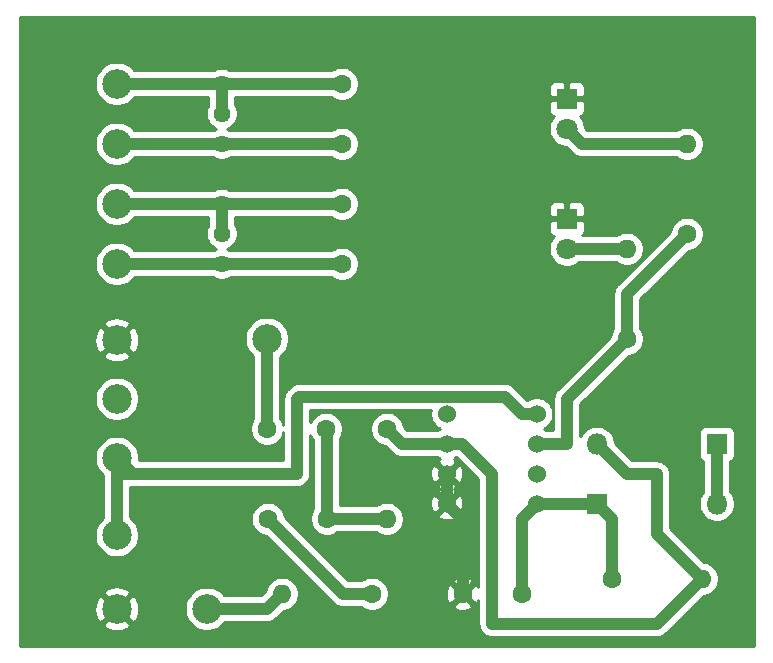
<source format=gbr>
%TF.GenerationSoftware,KiCad,Pcbnew,(5.1.6-0)*%
%TF.CreationDate,2022-05-02T17:38:10-04:00*%
%TF.ProjectId,EnvFollower,456e7646-6f6c-46c6-9f77-65722e6b6963,rev?*%
%TF.SameCoordinates,Original*%
%TF.FileFunction,Copper,L1,Top*%
%TF.FilePolarity,Positive*%
%FSLAX46Y46*%
G04 Gerber Fmt 4.6, Leading zero omitted, Abs format (unit mm)*
G04 Created by KiCad (PCBNEW (5.1.6-0)) date 2022-05-02 17:38:10*
%MOMM*%
%LPD*%
G01*
G04 APERTURE LIST*
%TA.AperFunction,ComponentPad*%
%ADD10C,1.600000*%
%TD*%
%TA.AperFunction,ComponentPad*%
%ADD11O,1.600000X1.600000*%
%TD*%
%TA.AperFunction,ComponentPad*%
%ADD12R,1.800000X1.800000*%
%TD*%
%TA.AperFunction,ComponentPad*%
%ADD13O,1.800000X1.800000*%
%TD*%
%TA.AperFunction,ComponentPad*%
%ADD14C,1.524000*%
%TD*%
%TA.AperFunction,ComponentPad*%
%ADD15C,1.440000*%
%TD*%
%TA.AperFunction,ComponentPad*%
%ADD16C,2.499360*%
%TD*%
%TA.AperFunction,ComponentPad*%
%ADD17C,1.800000*%
%TD*%
%TA.AperFunction,ComponentPad*%
%ADD18C,2.500000*%
%TD*%
%TA.AperFunction,ViaPad*%
%ADD19C,5.000000*%
%TD*%
%TA.AperFunction,Conductor*%
%ADD20C,1.000000*%
%TD*%
%TA.AperFunction,Conductor*%
%ADD21C,0.254000*%
%TD*%
G04 APERTURE END LIST*
D10*
%TO.P,R2,1*%
%TO.N,Net-(D1-Pad2)*%
X100330000Y-85090000D03*
D11*
%TO.P,R2,2*%
%TO.N,Net-(C1-Pad2)*%
X100330000Y-92710000D03*
%TD*%
D12*
%TO.P,D1,1*%
%TO.N,Net-(D1-Pad1)*%
X128270000Y-86360000D03*
D13*
%TO.P,D1,2*%
%TO.N,Net-(D1-Pad2)*%
X118110000Y-86360000D03*
%TD*%
D10*
%TO.P,R4,1*%
%TO.N,Net-(R4-Pad1)*%
X120650000Y-77470000D03*
D11*
%TO.P,R4,2*%
%TO.N,Net-(D3-Pad2)*%
X120650000Y-69850000D03*
%TD*%
D14*
%TO.P,U1,8*%
%TO.N,VCC*%
X113030000Y-83820000D03*
%TO.P,U1,7*%
%TO.N,Net-(R4-Pad1)*%
X113030000Y-86360000D03*
%TO.P,U1,6*%
%TO.N,Net-(ATTACK1-Pad2)*%
X113030000Y-88900000D03*
%TO.P,U1,5*%
%TO.N,Net-(C3-Pad1)*%
X113030000Y-91440000D03*
%TO.P,U1,4*%
%TO.N,GND*%
X105410000Y-91440000D03*
%TO.P,U1,3*%
X105410000Y-88900000D03*
%TO.P,U1,2*%
%TO.N,Net-(D1-Pad2)*%
X105410000Y-86360000D03*
%TO.P,U1,1*%
%TO.N,Net-(D1-Pad1)*%
X105410000Y-83820000D03*
%TD*%
D15*
%TO.P,RV2,1*%
%TO.N,Net-(H8-Pad1)*%
X86360000Y-60960000D03*
%TO.P,RV2,2*%
%TO.N,Net-(H10-Pad1)*%
X86360000Y-58420000D03*
%TO.P,RV2,3*%
X86360000Y-55880000D03*
%TD*%
%TO.P,RV1,1*%
%TO.N,Net-(H6-Pad1)*%
X86360000Y-71120000D03*
%TO.P,RV1,2*%
%TO.N,Net-(H5-Pad1)*%
X86360000Y-68580000D03*
%TO.P,RV1,3*%
X86360000Y-66040000D03*
%TD*%
D10*
%TO.P,R7,1*%
%TO.N,Net-(H10-Pad1)*%
X96520000Y-55880000D03*
%TO.P,R7,2*%
%TO.N,Net-(H8-Pad1)*%
X96520000Y-60960000D03*
%TD*%
%TO.P,R6,1*%
%TO.N,Net-(R4-Pad1)*%
X125730000Y-68580000D03*
D11*
%TO.P,R6,2*%
%TO.N,Net-(D4-Pad2)*%
X125730000Y-60960000D03*
%TD*%
D10*
%TO.P,R5,1*%
%TO.N,Net-(H5-Pad1)*%
X96520000Y-66040000D03*
%TO.P,R5,2*%
%TO.N,Net-(H6-Pad1)*%
X96520000Y-71120000D03*
%TD*%
%TO.P,R3,1*%
%TO.N,Net-(C3-Pad1)*%
X119380000Y-97790000D03*
D11*
%TO.P,R3,2*%
%TO.N,Net-(D1-Pad2)*%
X127000000Y-97790000D03*
%TD*%
D10*
%TO.P,R1,1*%
%TO.N,Net-(C2-Pad2)*%
X99060000Y-99060000D03*
D11*
%TO.P,R1,2*%
%TO.N,Net-(H2-Pad1)*%
X91440000Y-99060000D03*
%TD*%
D16*
%TO.P,H10,1*%
%TO.N,Net-(H10-Pad1)*%
X77470000Y-55880000D03*
%TD*%
%TO.P,H8,1*%
%TO.N,Net-(H8-Pad1)*%
X77470000Y-60960000D03*
%TD*%
%TO.P,H6,1*%
%TO.N,Net-(H6-Pad1)*%
X77470000Y-71120000D03*
%TD*%
%TO.P,H5,1*%
%TO.N,Net-(H5-Pad1)*%
X77470000Y-66040000D03*
%TD*%
%TO.P,H4,1*%
%TO.N,GND*%
X77470000Y-100330000D03*
%TD*%
%TO.P,H3,1*%
%TO.N,VCC*%
X77470000Y-94094679D03*
%TD*%
%TO.P,H2,1*%
%TO.N,Net-(H2-Pad1)*%
X85090000Y-100330000D03*
%TD*%
%TO.P,H1,1*%
%TO.N,Net-(C1-Pad1)*%
X90170000Y-77470000D03*
%TD*%
D12*
%TO.P,D4,1*%
%TO.N,GND*%
X115570000Y-57150000D03*
D17*
%TO.P,D4,2*%
%TO.N,Net-(D4-Pad2)*%
X115570000Y-59690000D03*
%TD*%
D12*
%TO.P,D3,1*%
%TO.N,GND*%
X115570000Y-67310000D03*
D17*
%TO.P,D3,2*%
%TO.N,Net-(D3-Pad2)*%
X115570000Y-69850000D03*
%TD*%
D12*
%TO.P,D2,1*%
%TO.N,Net-(C3-Pad1)*%
X118110000Y-91440000D03*
D13*
%TO.P,D2,2*%
%TO.N,Net-(D1-Pad1)*%
X128270000Y-91440000D03*
%TD*%
D10*
%TO.P,C3,1*%
%TO.N,Net-(C3-Pad1)*%
X111760000Y-99060000D03*
%TO.P,C3,2*%
%TO.N,GND*%
X106760000Y-99060000D03*
%TD*%
%TO.P,C2,1*%
%TO.N,Net-(C1-Pad2)*%
X95250000Y-92710000D03*
%TO.P,C2,2*%
%TO.N,Net-(C2-Pad2)*%
X90250000Y-92710000D03*
%TD*%
%TO.P,C1,1*%
%TO.N,Net-(C1-Pad1)*%
X90170000Y-85090000D03*
%TO.P,C1,2*%
%TO.N,Net-(C1-Pad2)*%
X95170000Y-85090000D03*
%TD*%
D18*
%TO.P,ATTACK1,2*%
%TO.N,Net-(ATTACK1-Pad2)*%
X77470000Y-82550000D03*
%TO.P,ATTACK1,3*%
%TO.N,VCC*%
X77470000Y-87550000D03*
%TO.P,ATTACK1,1*%
%TO.N,GND*%
X77470000Y-77550000D03*
%TD*%
D19*
%TO.N,GND*%
X72390000Y-100330000D03*
X72390000Y-54610000D03*
%TD*%
D20*
%TO.N,VCC*%
X77470000Y-88900000D02*
X77470000Y-87550000D01*
X77470000Y-94094679D02*
X77470000Y-88900000D01*
X78820000Y-88900000D02*
X77470000Y-87550000D01*
X78820000Y-88900000D02*
X77470000Y-88900000D01*
X92710000Y-88900000D02*
X78820000Y-88900000D01*
X92710000Y-82550000D02*
X92710000Y-88900000D01*
X92902001Y-82357999D02*
X92710000Y-82550000D01*
X113030000Y-83820000D02*
X111760000Y-83820000D01*
X111760000Y-83820000D02*
X110297999Y-82357999D01*
X110297999Y-82357999D02*
X92902001Y-82357999D01*
%TO.N,GND*%
X106760000Y-92790000D02*
X105410000Y-91440000D01*
X106760000Y-99060000D02*
X106760000Y-92790000D01*
X105410000Y-91440000D02*
X105410000Y-88900000D01*
%TO.N,Net-(C1-Pad1)*%
X90170000Y-85090000D02*
X90170000Y-77470000D01*
%TO.N,Net-(C1-Pad2)*%
X95250000Y-85170000D02*
X95170000Y-85090000D01*
X95250000Y-92710000D02*
X95250000Y-85170000D01*
X100330000Y-92710000D02*
X95250000Y-92710000D01*
%TO.N,Net-(C2-Pad2)*%
X96600000Y-99060000D02*
X90250000Y-92710000D01*
X99060000Y-99060000D02*
X96600000Y-99060000D01*
%TO.N,Net-(C3-Pad1)*%
X111760000Y-99060000D02*
X111760000Y-92710000D01*
X111760000Y-92710000D02*
X113030000Y-91440000D01*
X113030000Y-91440000D02*
X118110000Y-91440000D01*
X119380000Y-92710000D02*
X118110000Y-91440000D01*
X119380000Y-97790000D02*
X119380000Y-92710000D01*
%TO.N,Net-(D1-Pad1)*%
X128270000Y-91440000D02*
X128270000Y-86360000D01*
%TO.N,Net-(D1-Pad2)*%
X101600000Y-86360000D02*
X100330000Y-85090000D01*
X105410000Y-86360000D02*
X101600000Y-86360000D01*
X105410000Y-86360000D02*
X106680000Y-86360000D01*
X106680000Y-86360000D02*
X109220000Y-88900000D01*
X109220000Y-88900000D02*
X109220000Y-101600000D01*
X109220000Y-101600000D02*
X123190000Y-101600000D01*
X123190000Y-101600000D02*
X127000000Y-97790000D01*
X127000000Y-97790000D02*
X123190000Y-93980000D01*
X123190000Y-93980000D02*
X123190000Y-88900000D01*
X123190000Y-88900000D02*
X120650000Y-88900000D01*
X120650000Y-88900000D02*
X118110000Y-86360000D01*
%TO.N,Net-(D3-Pad2)*%
X120650000Y-69850000D02*
X115570000Y-69850000D01*
%TO.N,Net-(D4-Pad2)*%
X116840000Y-60960000D02*
X115570000Y-59690000D01*
X125730000Y-60960000D02*
X116840000Y-60960000D01*
%TO.N,Net-(H2-Pad1)*%
X90170000Y-100330000D02*
X91440000Y-99060000D01*
X85090000Y-100330000D02*
X90170000Y-100330000D01*
%TO.N,Net-(H5-Pad1)*%
X86360000Y-68580000D02*
X86360000Y-66040000D01*
X77470000Y-66040000D02*
X86360000Y-66040000D01*
X86360000Y-66040000D02*
X96520000Y-66040000D01*
%TO.N,Net-(H6-Pad1)*%
X77470000Y-71120000D02*
X86360000Y-71120000D01*
X86360000Y-71120000D02*
X96520000Y-71120000D01*
%TO.N,Net-(H8-Pad1)*%
X77470000Y-60960000D02*
X86360000Y-60960000D01*
X96520000Y-60960000D02*
X86360000Y-60960000D01*
%TO.N,Net-(H10-Pad1)*%
X86360000Y-55880000D02*
X86360000Y-58420000D01*
X77470000Y-55880000D02*
X96520000Y-55880000D01*
%TO.N,Net-(R4-Pad1)*%
X120650000Y-77470000D02*
X120650000Y-73660000D01*
X120650000Y-73660000D02*
X125730000Y-68580000D01*
X115570000Y-86360000D02*
X115570000Y-82550000D01*
X115570000Y-82550000D02*
X120650000Y-77470000D01*
X113030000Y-86360000D02*
X115570000Y-86360000D01*
%TD*%
D21*
%TO.N,GND*%
G36*
X131395001Y-103455000D02*
G01*
X69265000Y-103455000D01*
X69265000Y-101643377D01*
X76336229Y-101643377D01*
X76462104Y-101933315D01*
X76794262Y-102099139D01*
X77152387Y-102196975D01*
X77522719Y-102223065D01*
X77891025Y-102176405D01*
X78243151Y-102058789D01*
X78477896Y-101933315D01*
X78603771Y-101643377D01*
X77470000Y-100509605D01*
X76336229Y-101643377D01*
X69265000Y-101643377D01*
X69265000Y-100382719D01*
X75576935Y-100382719D01*
X75623595Y-100751025D01*
X75741211Y-101103151D01*
X75866685Y-101337896D01*
X76156623Y-101463771D01*
X77290395Y-100330000D01*
X77649605Y-100330000D01*
X78783377Y-101463771D01*
X79073315Y-101337896D01*
X79239139Y-101005738D01*
X79336975Y-100647613D01*
X79363065Y-100277281D01*
X79346228Y-100144375D01*
X83205320Y-100144375D01*
X83205320Y-100515625D01*
X83277747Y-100879741D01*
X83419818Y-101222731D01*
X83626074Y-101531413D01*
X83888587Y-101793926D01*
X84197269Y-102000182D01*
X84540259Y-102142253D01*
X84904375Y-102214680D01*
X85275625Y-102214680D01*
X85639741Y-102142253D01*
X85982731Y-102000182D01*
X86291413Y-101793926D01*
X86553926Y-101531413D01*
X86598302Y-101465000D01*
X90114249Y-101465000D01*
X90170000Y-101470491D01*
X90225751Y-101465000D01*
X90225752Y-101465000D01*
X90392499Y-101448577D01*
X90606447Y-101383676D01*
X90803623Y-101278284D01*
X90976449Y-101136449D01*
X91011996Y-101093135D01*
X91617282Y-100487850D01*
X91858574Y-100439853D01*
X92119727Y-100331680D01*
X92354759Y-100174637D01*
X92554637Y-99974759D01*
X92711680Y-99739727D01*
X92819853Y-99478574D01*
X92875000Y-99201335D01*
X92875000Y-98918665D01*
X92819853Y-98641426D01*
X92711680Y-98380273D01*
X92554637Y-98145241D01*
X92354759Y-97945363D01*
X92119727Y-97788320D01*
X91858574Y-97680147D01*
X91581335Y-97625000D01*
X91298665Y-97625000D01*
X91021426Y-97680147D01*
X90760273Y-97788320D01*
X90525241Y-97945363D01*
X90325363Y-98145241D01*
X90168320Y-98380273D01*
X90060147Y-98641426D01*
X90012150Y-98882718D01*
X89699869Y-99195000D01*
X86598302Y-99195000D01*
X86553926Y-99128587D01*
X86291413Y-98866074D01*
X85982731Y-98659818D01*
X85639741Y-98517747D01*
X85275625Y-98445320D01*
X84904375Y-98445320D01*
X84540259Y-98517747D01*
X84197269Y-98659818D01*
X83888587Y-98866074D01*
X83626074Y-99128587D01*
X83419818Y-99437269D01*
X83277747Y-99780259D01*
X83205320Y-100144375D01*
X79346228Y-100144375D01*
X79316405Y-99908975D01*
X79198789Y-99556849D01*
X79073315Y-99322104D01*
X78783377Y-99196229D01*
X77649605Y-100330000D01*
X77290395Y-100330000D01*
X76156623Y-99196229D01*
X75866685Y-99322104D01*
X75700861Y-99654262D01*
X75603025Y-100012387D01*
X75576935Y-100382719D01*
X69265000Y-100382719D01*
X69265000Y-99016623D01*
X76336229Y-99016623D01*
X77470000Y-100150395D01*
X78603771Y-99016623D01*
X78477896Y-98726685D01*
X78145738Y-98560861D01*
X77787613Y-98463025D01*
X77417281Y-98436935D01*
X77048975Y-98483595D01*
X76696849Y-98601211D01*
X76462104Y-98726685D01*
X76336229Y-99016623D01*
X69265000Y-99016623D01*
X69265000Y-87364344D01*
X75585000Y-87364344D01*
X75585000Y-87735656D01*
X75657439Y-88099834D01*
X75799534Y-88442882D01*
X76005825Y-88751618D01*
X76268382Y-89014175D01*
X76335001Y-89058688D01*
X76335000Y-92586377D01*
X76268587Y-92630753D01*
X76006074Y-92893266D01*
X75799818Y-93201948D01*
X75657747Y-93544938D01*
X75585320Y-93909054D01*
X75585320Y-94280304D01*
X75657747Y-94644420D01*
X75799818Y-94987410D01*
X76006074Y-95296092D01*
X76268587Y-95558605D01*
X76577269Y-95764861D01*
X76920259Y-95906932D01*
X77284375Y-95979359D01*
X77655625Y-95979359D01*
X78019741Y-95906932D01*
X78362731Y-95764861D01*
X78671413Y-95558605D01*
X78933926Y-95296092D01*
X79140182Y-94987410D01*
X79282253Y-94644420D01*
X79354680Y-94280304D01*
X79354680Y-93909054D01*
X79282253Y-93544938D01*
X79140182Y-93201948D01*
X78933926Y-92893266D01*
X78671413Y-92630753D01*
X78605000Y-92586377D01*
X78605000Y-92568665D01*
X88815000Y-92568665D01*
X88815000Y-92851335D01*
X88870147Y-93128574D01*
X88978320Y-93389727D01*
X89135363Y-93624759D01*
X89335241Y-93824637D01*
X89570273Y-93981680D01*
X89831426Y-94089853D01*
X90072719Y-94137850D01*
X95758009Y-99823141D01*
X95793551Y-99866449D01*
X95966377Y-100008284D01*
X96163553Y-100113676D01*
X96327705Y-100163471D01*
X96377500Y-100178577D01*
X96599999Y-100200491D01*
X96655751Y-100195000D01*
X98175716Y-100195000D01*
X98380273Y-100331680D01*
X98641426Y-100439853D01*
X98918665Y-100495000D01*
X99201335Y-100495000D01*
X99478574Y-100439853D01*
X99739727Y-100331680D01*
X99974759Y-100174637D01*
X100096694Y-100052702D01*
X105946903Y-100052702D01*
X106018486Y-100296671D01*
X106273996Y-100417571D01*
X106548184Y-100486300D01*
X106830512Y-100500217D01*
X107110130Y-100458787D01*
X107376292Y-100363603D01*
X107501514Y-100296671D01*
X107573097Y-100052702D01*
X106760000Y-99239605D01*
X105946903Y-100052702D01*
X100096694Y-100052702D01*
X100174637Y-99974759D01*
X100331680Y-99739727D01*
X100439853Y-99478574D01*
X100495000Y-99201335D01*
X100495000Y-99130512D01*
X105319783Y-99130512D01*
X105361213Y-99410130D01*
X105456397Y-99676292D01*
X105523329Y-99801514D01*
X105767298Y-99873097D01*
X106580395Y-99060000D01*
X105767298Y-98246903D01*
X105523329Y-98318486D01*
X105402429Y-98573996D01*
X105333700Y-98848184D01*
X105319783Y-99130512D01*
X100495000Y-99130512D01*
X100495000Y-98918665D01*
X100439853Y-98641426D01*
X100331680Y-98380273D01*
X100174637Y-98145241D01*
X100096694Y-98067298D01*
X105946903Y-98067298D01*
X106760000Y-98880395D01*
X107573097Y-98067298D01*
X107501514Y-97823329D01*
X107246004Y-97702429D01*
X106971816Y-97633700D01*
X106689488Y-97619783D01*
X106409870Y-97661213D01*
X106143708Y-97756397D01*
X106018486Y-97823329D01*
X105946903Y-98067298D01*
X100096694Y-98067298D01*
X99974759Y-97945363D01*
X99739727Y-97788320D01*
X99478574Y-97680147D01*
X99201335Y-97625000D01*
X98918665Y-97625000D01*
X98641426Y-97680147D01*
X98380273Y-97788320D01*
X98175716Y-97925000D01*
X97070132Y-97925000D01*
X91677850Y-92532719D01*
X91629853Y-92291426D01*
X91521680Y-92030273D01*
X91364637Y-91795241D01*
X91164759Y-91595363D01*
X90929727Y-91438320D01*
X90668574Y-91330147D01*
X90391335Y-91275000D01*
X90108665Y-91275000D01*
X89831426Y-91330147D01*
X89570273Y-91438320D01*
X89335241Y-91595363D01*
X89135363Y-91795241D01*
X88978320Y-92030273D01*
X88870147Y-92291426D01*
X88815000Y-92568665D01*
X78605000Y-92568665D01*
X78605000Y-90035000D01*
X78764257Y-90035000D01*
X78819999Y-90040490D01*
X78875741Y-90035000D01*
X92654249Y-90035000D01*
X92710000Y-90040491D01*
X92932499Y-90018577D01*
X93146447Y-89953676D01*
X93343623Y-89848284D01*
X93516449Y-89706449D01*
X93658284Y-89533623D01*
X93763676Y-89336447D01*
X93828577Y-89122499D01*
X93845000Y-88955752D01*
X93845000Y-88955751D01*
X93850491Y-88900000D01*
X93845000Y-88844248D01*
X93845000Y-85641001D01*
X93898320Y-85769727D01*
X94055363Y-86004759D01*
X94115001Y-86064397D01*
X94115000Y-91825716D01*
X93978320Y-92030273D01*
X93870147Y-92291426D01*
X93815000Y-92568665D01*
X93815000Y-92851335D01*
X93870147Y-93128574D01*
X93978320Y-93389727D01*
X94135363Y-93624759D01*
X94335241Y-93824637D01*
X94570273Y-93981680D01*
X94831426Y-94089853D01*
X95108665Y-94145000D01*
X95391335Y-94145000D01*
X95668574Y-94089853D01*
X95929727Y-93981680D01*
X96134284Y-93845000D01*
X99445716Y-93845000D01*
X99650273Y-93981680D01*
X99911426Y-94089853D01*
X100188665Y-94145000D01*
X100471335Y-94145000D01*
X100748574Y-94089853D01*
X101009727Y-93981680D01*
X101244759Y-93824637D01*
X101444637Y-93624759D01*
X101601680Y-93389727D01*
X101709853Y-93128574D01*
X101765000Y-92851335D01*
X101765000Y-92568665D01*
X101732557Y-92405565D01*
X104624040Y-92405565D01*
X104691020Y-92645656D01*
X104940048Y-92762756D01*
X105207135Y-92829023D01*
X105482017Y-92841910D01*
X105754133Y-92800922D01*
X106013023Y-92707636D01*
X106128980Y-92645656D01*
X106195960Y-92405565D01*
X105410000Y-91619605D01*
X104624040Y-92405565D01*
X101732557Y-92405565D01*
X101709853Y-92291426D01*
X101601680Y-92030273D01*
X101444637Y-91795241D01*
X101244759Y-91595363D01*
X101120023Y-91512017D01*
X104008090Y-91512017D01*
X104049078Y-91784133D01*
X104142364Y-92043023D01*
X104204344Y-92158980D01*
X104444435Y-92225960D01*
X105230395Y-91440000D01*
X105589605Y-91440000D01*
X106375565Y-92225960D01*
X106615656Y-92158980D01*
X106732756Y-91909952D01*
X106799023Y-91642865D01*
X106811910Y-91367983D01*
X106770922Y-91095867D01*
X106677636Y-90836977D01*
X106615656Y-90721020D01*
X106375565Y-90654040D01*
X105589605Y-91440000D01*
X105230395Y-91440000D01*
X104444435Y-90654040D01*
X104204344Y-90721020D01*
X104087244Y-90970048D01*
X104020977Y-91237135D01*
X104008090Y-91512017D01*
X101120023Y-91512017D01*
X101009727Y-91438320D01*
X100748574Y-91330147D01*
X100471335Y-91275000D01*
X100188665Y-91275000D01*
X99911426Y-91330147D01*
X99650273Y-91438320D01*
X99445716Y-91575000D01*
X96385000Y-91575000D01*
X96385000Y-89865565D01*
X104624040Y-89865565D01*
X104691020Y-90105656D01*
X104821644Y-90167079D01*
X104806977Y-90172364D01*
X104691020Y-90234344D01*
X104624040Y-90474435D01*
X105410000Y-91260395D01*
X106195960Y-90474435D01*
X106128980Y-90234344D01*
X105998356Y-90172921D01*
X106013023Y-90167636D01*
X106128980Y-90105656D01*
X106195960Y-89865565D01*
X105410000Y-89079605D01*
X104624040Y-89865565D01*
X96385000Y-89865565D01*
X96385000Y-88972017D01*
X104008090Y-88972017D01*
X104049078Y-89244133D01*
X104142364Y-89503023D01*
X104204344Y-89618980D01*
X104444435Y-89685960D01*
X105230395Y-88900000D01*
X105589605Y-88900000D01*
X106375565Y-89685960D01*
X106615656Y-89618980D01*
X106732756Y-89369952D01*
X106799023Y-89102865D01*
X106811910Y-88827983D01*
X106770922Y-88555867D01*
X106677636Y-88296977D01*
X106615656Y-88181020D01*
X106375565Y-88114040D01*
X105589605Y-88900000D01*
X105230395Y-88900000D01*
X104444435Y-88114040D01*
X104204344Y-88181020D01*
X104087244Y-88430048D01*
X104020977Y-88697135D01*
X104008090Y-88972017D01*
X96385000Y-88972017D01*
X96385000Y-85854555D01*
X96441680Y-85769727D01*
X96549853Y-85508574D01*
X96605000Y-85231335D01*
X96605000Y-84948665D01*
X96549853Y-84671426D01*
X96441680Y-84410273D01*
X96284637Y-84175241D01*
X96084759Y-83975363D01*
X95849727Y-83818320D01*
X95588574Y-83710147D01*
X95311335Y-83655000D01*
X95028665Y-83655000D01*
X94751426Y-83710147D01*
X94490273Y-83818320D01*
X94255241Y-83975363D01*
X94055363Y-84175241D01*
X93898320Y-84410273D01*
X93845000Y-84538999D01*
X93845000Y-83492999D01*
X104050676Y-83492999D01*
X104013000Y-83682408D01*
X104013000Y-83957592D01*
X104066686Y-84227490D01*
X104171995Y-84481727D01*
X104324880Y-84710535D01*
X104519465Y-84905120D01*
X104748273Y-85058005D01*
X104825515Y-85090000D01*
X104748273Y-85121995D01*
X104594116Y-85225000D01*
X102070132Y-85225000D01*
X101757850Y-84912718D01*
X101709853Y-84671426D01*
X101601680Y-84410273D01*
X101444637Y-84175241D01*
X101244759Y-83975363D01*
X101009727Y-83818320D01*
X100748574Y-83710147D01*
X100471335Y-83655000D01*
X100188665Y-83655000D01*
X99911426Y-83710147D01*
X99650273Y-83818320D01*
X99415241Y-83975363D01*
X99215363Y-84175241D01*
X99058320Y-84410273D01*
X98950147Y-84671426D01*
X98895000Y-84948665D01*
X98895000Y-85231335D01*
X98950147Y-85508574D01*
X99058320Y-85769727D01*
X99215363Y-86004759D01*
X99415241Y-86204637D01*
X99650273Y-86361680D01*
X99911426Y-86469853D01*
X100152718Y-86517850D01*
X100758008Y-87123140D01*
X100793551Y-87166449D01*
X100966377Y-87308284D01*
X101163553Y-87413676D01*
X101327705Y-87463471D01*
X101377500Y-87478577D01*
X101398493Y-87480644D01*
X101544248Y-87495000D01*
X101544255Y-87495000D01*
X101599999Y-87500490D01*
X101655743Y-87495000D01*
X104594116Y-87495000D01*
X104748273Y-87598005D01*
X104819943Y-87627692D01*
X104806977Y-87632364D01*
X104691020Y-87694344D01*
X104624040Y-87934435D01*
X105410000Y-88720395D01*
X106195960Y-87934435D01*
X106128980Y-87694344D01*
X105993240Y-87630515D01*
X106071727Y-87598005D01*
X106216284Y-87501415D01*
X108085000Y-89370132D01*
X108085001Y-98503542D01*
X108063603Y-98443708D01*
X107996671Y-98318486D01*
X107752702Y-98246903D01*
X106939605Y-99060000D01*
X107752702Y-99873097D01*
X107996671Y-99801514D01*
X108085001Y-99614838D01*
X108085001Y-101544238D01*
X108079509Y-101600000D01*
X108101423Y-101822499D01*
X108166324Y-102036447D01*
X108271716Y-102233623D01*
X108413551Y-102406449D01*
X108586377Y-102548284D01*
X108783553Y-102653676D01*
X108997501Y-102718577D01*
X109164248Y-102735000D01*
X109164249Y-102735000D01*
X109220000Y-102740491D01*
X109275752Y-102735000D01*
X123134249Y-102735000D01*
X123190000Y-102740491D01*
X123245751Y-102735000D01*
X123245752Y-102735000D01*
X123412499Y-102718577D01*
X123626447Y-102653676D01*
X123823623Y-102548284D01*
X123996449Y-102406449D01*
X124031996Y-102363135D01*
X127177283Y-99217849D01*
X127418574Y-99169853D01*
X127679727Y-99061680D01*
X127914759Y-98904637D01*
X128114637Y-98704759D01*
X128271680Y-98469727D01*
X128379853Y-98208574D01*
X128435000Y-97931335D01*
X128435000Y-97648665D01*
X128379853Y-97371426D01*
X128271680Y-97110273D01*
X128114637Y-96875241D01*
X127914759Y-96675363D01*
X127679727Y-96518320D01*
X127418574Y-96410147D01*
X127177283Y-96362151D01*
X124325000Y-93509869D01*
X124325000Y-88955751D01*
X124330491Y-88900000D01*
X124308577Y-88677501D01*
X124243676Y-88463553D01*
X124138284Y-88266377D01*
X123996449Y-88093551D01*
X123823623Y-87951716D01*
X123626447Y-87846324D01*
X123412499Y-87781423D01*
X123245752Y-87765000D01*
X123190000Y-87759509D01*
X123134249Y-87765000D01*
X121120132Y-87765000D01*
X119645000Y-86289869D01*
X119645000Y-86208816D01*
X119586011Y-85912257D01*
X119470299Y-85632905D01*
X119354768Y-85460000D01*
X126731928Y-85460000D01*
X126731928Y-87260000D01*
X126744188Y-87384482D01*
X126780498Y-87504180D01*
X126839463Y-87614494D01*
X126918815Y-87711185D01*
X127015506Y-87790537D01*
X127125820Y-87849502D01*
X127135001Y-87852287D01*
X127135000Y-90404183D01*
X127077688Y-90461495D01*
X126909701Y-90712905D01*
X126793989Y-90992257D01*
X126735000Y-91288816D01*
X126735000Y-91591184D01*
X126793989Y-91887743D01*
X126909701Y-92167095D01*
X127077688Y-92418505D01*
X127291495Y-92632312D01*
X127542905Y-92800299D01*
X127822257Y-92916011D01*
X128118816Y-92975000D01*
X128421184Y-92975000D01*
X128717743Y-92916011D01*
X128997095Y-92800299D01*
X129248505Y-92632312D01*
X129462312Y-92418505D01*
X129630299Y-92167095D01*
X129746011Y-91887743D01*
X129805000Y-91591184D01*
X129805000Y-91288816D01*
X129746011Y-90992257D01*
X129630299Y-90712905D01*
X129462312Y-90461495D01*
X129405000Y-90404183D01*
X129405000Y-87852287D01*
X129414180Y-87849502D01*
X129524494Y-87790537D01*
X129621185Y-87711185D01*
X129700537Y-87614494D01*
X129759502Y-87504180D01*
X129795812Y-87384482D01*
X129808072Y-87260000D01*
X129808072Y-85460000D01*
X129795812Y-85335518D01*
X129759502Y-85215820D01*
X129700537Y-85105506D01*
X129621185Y-85008815D01*
X129524494Y-84929463D01*
X129414180Y-84870498D01*
X129294482Y-84834188D01*
X129170000Y-84821928D01*
X127370000Y-84821928D01*
X127245518Y-84834188D01*
X127125820Y-84870498D01*
X127015506Y-84929463D01*
X126918815Y-85008815D01*
X126839463Y-85105506D01*
X126780498Y-85215820D01*
X126744188Y-85335518D01*
X126731928Y-85460000D01*
X119354768Y-85460000D01*
X119302312Y-85381495D01*
X119088505Y-85167688D01*
X118837095Y-84999701D01*
X118557743Y-84883989D01*
X118261184Y-84825000D01*
X117958816Y-84825000D01*
X117662257Y-84883989D01*
X117382905Y-84999701D01*
X117131495Y-85167688D01*
X116917688Y-85381495D01*
X116749701Y-85632905D01*
X116705000Y-85740822D01*
X116705000Y-83020131D01*
X120827282Y-78897850D01*
X121068574Y-78849853D01*
X121329727Y-78741680D01*
X121564759Y-78584637D01*
X121764637Y-78384759D01*
X121921680Y-78149727D01*
X122029853Y-77888574D01*
X122085000Y-77611335D01*
X122085000Y-77328665D01*
X122029853Y-77051426D01*
X121921680Y-76790273D01*
X121785000Y-76585716D01*
X121785000Y-74130131D01*
X125907282Y-70007850D01*
X126148574Y-69959853D01*
X126409727Y-69851680D01*
X126644759Y-69694637D01*
X126844637Y-69494759D01*
X127001680Y-69259727D01*
X127109853Y-68998574D01*
X127165000Y-68721335D01*
X127165000Y-68438665D01*
X127109853Y-68161426D01*
X127001680Y-67900273D01*
X126844637Y-67665241D01*
X126644759Y-67465363D01*
X126409727Y-67308320D01*
X126148574Y-67200147D01*
X125871335Y-67145000D01*
X125588665Y-67145000D01*
X125311426Y-67200147D01*
X125050273Y-67308320D01*
X124815241Y-67465363D01*
X124615363Y-67665241D01*
X124458320Y-67900273D01*
X124350147Y-68161426D01*
X124302150Y-68402718D01*
X119886860Y-72818009D01*
X119843552Y-72853551D01*
X119701717Y-73026377D01*
X119645384Y-73131770D01*
X119596324Y-73223554D01*
X119531423Y-73437502D01*
X119509509Y-73660000D01*
X119515001Y-73715761D01*
X119515000Y-76585716D01*
X119378320Y-76790273D01*
X119270147Y-77051426D01*
X119222150Y-77292718D01*
X114806860Y-81708009D01*
X114763552Y-81743551D01*
X114621717Y-81916377D01*
X114576931Y-82000166D01*
X114516324Y-82113554D01*
X114451423Y-82327502D01*
X114429509Y-82550000D01*
X114435001Y-82605761D01*
X114435000Y-85225000D01*
X113845884Y-85225000D01*
X113691727Y-85121995D01*
X113614485Y-85090000D01*
X113691727Y-85058005D01*
X113920535Y-84905120D01*
X114115120Y-84710535D01*
X114268005Y-84481727D01*
X114373314Y-84227490D01*
X114427000Y-83957592D01*
X114427000Y-83682408D01*
X114373314Y-83412510D01*
X114268005Y-83158273D01*
X114115120Y-82929465D01*
X113920535Y-82734880D01*
X113691727Y-82581995D01*
X113437490Y-82476686D01*
X113167592Y-82423000D01*
X112892408Y-82423000D01*
X112622510Y-82476686D01*
X112368273Y-82581995D01*
X112223717Y-82678584D01*
X111139994Y-81594863D01*
X111104448Y-81551550D01*
X110931622Y-81409715D01*
X110734446Y-81304323D01*
X110520498Y-81239422D01*
X110353751Y-81222999D01*
X110353750Y-81222999D01*
X110297999Y-81217508D01*
X110242248Y-81222999D01*
X92957742Y-81222999D01*
X92902000Y-81217509D01*
X92846259Y-81222999D01*
X92846249Y-81222999D01*
X92679502Y-81239422D01*
X92465554Y-81304323D01*
X92268378Y-81409715D01*
X92095552Y-81551550D01*
X92060005Y-81594864D01*
X91946865Y-81708004D01*
X91903551Y-81743551D01*
X91761716Y-81916377D01*
X91656325Y-82113553D01*
X91656324Y-82113554D01*
X91591423Y-82327502D01*
X91569509Y-82550000D01*
X91575000Y-82605752D01*
X91575000Y-84797849D01*
X91549853Y-84671426D01*
X91441680Y-84410273D01*
X91305000Y-84205716D01*
X91305000Y-78978302D01*
X91371413Y-78933926D01*
X91633926Y-78671413D01*
X91840182Y-78362731D01*
X91982253Y-78019741D01*
X92054680Y-77655625D01*
X92054680Y-77284375D01*
X91982253Y-76920259D01*
X91840182Y-76577269D01*
X91633926Y-76268587D01*
X91371413Y-76006074D01*
X91062731Y-75799818D01*
X90719741Y-75657747D01*
X90355625Y-75585320D01*
X89984375Y-75585320D01*
X89620259Y-75657747D01*
X89277269Y-75799818D01*
X88968587Y-76006074D01*
X88706074Y-76268587D01*
X88499818Y-76577269D01*
X88357747Y-76920259D01*
X88285320Y-77284375D01*
X88285320Y-77655625D01*
X88357747Y-78019741D01*
X88499818Y-78362731D01*
X88706074Y-78671413D01*
X88968587Y-78933926D01*
X89035001Y-78978303D01*
X89035000Y-84205716D01*
X88898320Y-84410273D01*
X88790147Y-84671426D01*
X88735000Y-84948665D01*
X88735000Y-85231335D01*
X88790147Y-85508574D01*
X88898320Y-85769727D01*
X89055363Y-86004759D01*
X89255241Y-86204637D01*
X89490273Y-86361680D01*
X89751426Y-86469853D01*
X90028665Y-86525000D01*
X90311335Y-86525000D01*
X90588574Y-86469853D01*
X90849727Y-86361680D01*
X91084759Y-86204637D01*
X91284637Y-86004759D01*
X91441680Y-85769727D01*
X91549853Y-85508574D01*
X91575000Y-85382151D01*
X91575001Y-87765000D01*
X79349163Y-87765000D01*
X79355000Y-87735656D01*
X79355000Y-87364344D01*
X79282561Y-87000166D01*
X79140466Y-86657118D01*
X78934175Y-86348382D01*
X78671618Y-86085825D01*
X78362882Y-85879534D01*
X78019834Y-85737439D01*
X77655656Y-85665000D01*
X77284344Y-85665000D01*
X76920166Y-85737439D01*
X76577118Y-85879534D01*
X76268382Y-86085825D01*
X76005825Y-86348382D01*
X75799534Y-86657118D01*
X75657439Y-87000166D01*
X75585000Y-87364344D01*
X69265000Y-87364344D01*
X69265000Y-82364344D01*
X75585000Y-82364344D01*
X75585000Y-82735656D01*
X75657439Y-83099834D01*
X75799534Y-83442882D01*
X76005825Y-83751618D01*
X76268382Y-84014175D01*
X76577118Y-84220466D01*
X76920166Y-84362561D01*
X77284344Y-84435000D01*
X77655656Y-84435000D01*
X78019834Y-84362561D01*
X78362882Y-84220466D01*
X78671618Y-84014175D01*
X78934175Y-83751618D01*
X79140466Y-83442882D01*
X79282561Y-83099834D01*
X79355000Y-82735656D01*
X79355000Y-82364344D01*
X79282561Y-82000166D01*
X79140466Y-81657118D01*
X78934175Y-81348382D01*
X78671618Y-81085825D01*
X78362882Y-80879534D01*
X78019834Y-80737439D01*
X77655656Y-80665000D01*
X77284344Y-80665000D01*
X76920166Y-80737439D01*
X76577118Y-80879534D01*
X76268382Y-81085825D01*
X76005825Y-81348382D01*
X75799534Y-81657118D01*
X75657439Y-82000166D01*
X75585000Y-82364344D01*
X69265000Y-82364344D01*
X69265000Y-78863605D01*
X76336000Y-78863605D01*
X76461914Y-79153577D01*
X76794126Y-79319433D01*
X77152312Y-79417290D01*
X77522706Y-79443389D01*
X77891075Y-79396725D01*
X78243262Y-79279094D01*
X78478086Y-79153577D01*
X78604000Y-78863605D01*
X77470000Y-77729605D01*
X76336000Y-78863605D01*
X69265000Y-78863605D01*
X69265000Y-77602706D01*
X75576611Y-77602706D01*
X75623275Y-77971075D01*
X75740906Y-78323262D01*
X75866423Y-78558086D01*
X76156395Y-78684000D01*
X77290395Y-77550000D01*
X77649605Y-77550000D01*
X78783605Y-78684000D01*
X79073577Y-78558086D01*
X79239433Y-78225874D01*
X79337290Y-77867688D01*
X79363389Y-77497294D01*
X79316725Y-77128925D01*
X79199094Y-76776738D01*
X79073577Y-76541914D01*
X78783605Y-76416000D01*
X77649605Y-77550000D01*
X77290395Y-77550000D01*
X76156395Y-76416000D01*
X75866423Y-76541914D01*
X75700567Y-76874126D01*
X75602710Y-77232312D01*
X75576611Y-77602706D01*
X69265000Y-77602706D01*
X69265000Y-76236395D01*
X76336000Y-76236395D01*
X77470000Y-77370395D01*
X78604000Y-76236395D01*
X78478086Y-75946423D01*
X78145874Y-75780567D01*
X77787688Y-75682710D01*
X77417294Y-75656611D01*
X77048925Y-75703275D01*
X76696738Y-75820906D01*
X76461914Y-75946423D01*
X76336000Y-76236395D01*
X69265000Y-76236395D01*
X69265000Y-65854375D01*
X75585320Y-65854375D01*
X75585320Y-66225625D01*
X75657747Y-66589741D01*
X75799818Y-66932731D01*
X76006074Y-67241413D01*
X76268587Y-67503926D01*
X76577269Y-67710182D01*
X76920259Y-67852253D01*
X77284375Y-67924680D01*
X77655625Y-67924680D01*
X78019741Y-67852253D01*
X78362731Y-67710182D01*
X78671413Y-67503926D01*
X78933926Y-67241413D01*
X78978302Y-67175000D01*
X85225001Y-67175000D01*
X85225000Y-67839712D01*
X85159215Y-67938167D01*
X85057072Y-68184761D01*
X85005000Y-68446544D01*
X85005000Y-68713456D01*
X85057072Y-68975239D01*
X85159215Y-69221833D01*
X85307503Y-69443762D01*
X85496238Y-69632497D01*
X85718167Y-69780785D01*
X85885266Y-69850000D01*
X85718167Y-69919215D01*
X85619713Y-69985000D01*
X78978302Y-69985000D01*
X78933926Y-69918587D01*
X78671413Y-69656074D01*
X78362731Y-69449818D01*
X78019741Y-69307747D01*
X77655625Y-69235320D01*
X77284375Y-69235320D01*
X76920259Y-69307747D01*
X76577269Y-69449818D01*
X76268587Y-69656074D01*
X76006074Y-69918587D01*
X75799818Y-70227269D01*
X75657747Y-70570259D01*
X75585320Y-70934375D01*
X75585320Y-71305625D01*
X75657747Y-71669741D01*
X75799818Y-72012731D01*
X76006074Y-72321413D01*
X76268587Y-72583926D01*
X76577269Y-72790182D01*
X76920259Y-72932253D01*
X77284375Y-73004680D01*
X77655625Y-73004680D01*
X78019741Y-72932253D01*
X78362731Y-72790182D01*
X78671413Y-72583926D01*
X78933926Y-72321413D01*
X78978302Y-72255000D01*
X85619713Y-72255000D01*
X85718167Y-72320785D01*
X85964761Y-72422928D01*
X86226544Y-72475000D01*
X86493456Y-72475000D01*
X86755239Y-72422928D01*
X87001833Y-72320785D01*
X87100287Y-72255000D01*
X95635716Y-72255000D01*
X95840273Y-72391680D01*
X96101426Y-72499853D01*
X96378665Y-72555000D01*
X96661335Y-72555000D01*
X96938574Y-72499853D01*
X97199727Y-72391680D01*
X97434759Y-72234637D01*
X97634637Y-72034759D01*
X97791680Y-71799727D01*
X97899853Y-71538574D01*
X97955000Y-71261335D01*
X97955000Y-70978665D01*
X97899853Y-70701426D01*
X97791680Y-70440273D01*
X97634637Y-70205241D01*
X97434759Y-70005363D01*
X97199727Y-69848320D01*
X96938574Y-69740147D01*
X96661335Y-69685000D01*
X96378665Y-69685000D01*
X96101426Y-69740147D01*
X95840273Y-69848320D01*
X95635716Y-69985000D01*
X87100287Y-69985000D01*
X87001833Y-69919215D01*
X86834734Y-69850000D01*
X87001833Y-69780785D01*
X87223762Y-69632497D01*
X87412497Y-69443762D01*
X87560785Y-69221833D01*
X87662928Y-68975239D01*
X87715000Y-68713456D01*
X87715000Y-68446544D01*
X87667949Y-68210000D01*
X114031928Y-68210000D01*
X114044188Y-68334482D01*
X114080498Y-68454180D01*
X114139463Y-68564494D01*
X114218815Y-68661185D01*
X114315506Y-68740537D01*
X114425820Y-68799502D01*
X114444127Y-68805056D01*
X114377688Y-68871495D01*
X114209701Y-69122905D01*
X114093989Y-69402257D01*
X114035000Y-69698816D01*
X114035000Y-70001184D01*
X114093989Y-70297743D01*
X114209701Y-70577095D01*
X114377688Y-70828505D01*
X114591495Y-71042312D01*
X114842905Y-71210299D01*
X115122257Y-71326011D01*
X115418816Y-71385000D01*
X115721184Y-71385000D01*
X116017743Y-71326011D01*
X116297095Y-71210299D01*
X116548505Y-71042312D01*
X116605817Y-70985000D01*
X119765716Y-70985000D01*
X119970273Y-71121680D01*
X120231426Y-71229853D01*
X120508665Y-71285000D01*
X120791335Y-71285000D01*
X121068574Y-71229853D01*
X121329727Y-71121680D01*
X121564759Y-70964637D01*
X121764637Y-70764759D01*
X121921680Y-70529727D01*
X122029853Y-70268574D01*
X122085000Y-69991335D01*
X122085000Y-69708665D01*
X122029853Y-69431426D01*
X121921680Y-69170273D01*
X121764637Y-68935241D01*
X121564759Y-68735363D01*
X121329727Y-68578320D01*
X121068574Y-68470147D01*
X120791335Y-68415000D01*
X120508665Y-68415000D01*
X120231426Y-68470147D01*
X119970273Y-68578320D01*
X119765716Y-68715000D01*
X116855611Y-68715000D01*
X116921185Y-68661185D01*
X117000537Y-68564494D01*
X117059502Y-68454180D01*
X117095812Y-68334482D01*
X117108072Y-68210000D01*
X117105000Y-67595750D01*
X116946250Y-67437000D01*
X115697000Y-67437000D01*
X115697000Y-67457000D01*
X115443000Y-67457000D01*
X115443000Y-67437000D01*
X114193750Y-67437000D01*
X114035000Y-67595750D01*
X114031928Y-68210000D01*
X87667949Y-68210000D01*
X87662928Y-68184761D01*
X87560785Y-67938167D01*
X87495000Y-67839713D01*
X87495000Y-67175000D01*
X95635716Y-67175000D01*
X95840273Y-67311680D01*
X96101426Y-67419853D01*
X96378665Y-67475000D01*
X96661335Y-67475000D01*
X96938574Y-67419853D01*
X97199727Y-67311680D01*
X97434759Y-67154637D01*
X97634637Y-66954759D01*
X97791680Y-66719727D01*
X97899853Y-66458574D01*
X97909515Y-66410000D01*
X114031928Y-66410000D01*
X114035000Y-67024250D01*
X114193750Y-67183000D01*
X115443000Y-67183000D01*
X115443000Y-65933750D01*
X115697000Y-65933750D01*
X115697000Y-67183000D01*
X116946250Y-67183000D01*
X117105000Y-67024250D01*
X117108072Y-66410000D01*
X117095812Y-66285518D01*
X117059502Y-66165820D01*
X117000537Y-66055506D01*
X116921185Y-65958815D01*
X116824494Y-65879463D01*
X116714180Y-65820498D01*
X116594482Y-65784188D01*
X116470000Y-65771928D01*
X115855750Y-65775000D01*
X115697000Y-65933750D01*
X115443000Y-65933750D01*
X115284250Y-65775000D01*
X114670000Y-65771928D01*
X114545518Y-65784188D01*
X114425820Y-65820498D01*
X114315506Y-65879463D01*
X114218815Y-65958815D01*
X114139463Y-66055506D01*
X114080498Y-66165820D01*
X114044188Y-66285518D01*
X114031928Y-66410000D01*
X97909515Y-66410000D01*
X97955000Y-66181335D01*
X97955000Y-65898665D01*
X97899853Y-65621426D01*
X97791680Y-65360273D01*
X97634637Y-65125241D01*
X97434759Y-64925363D01*
X97199727Y-64768320D01*
X96938574Y-64660147D01*
X96661335Y-64605000D01*
X96378665Y-64605000D01*
X96101426Y-64660147D01*
X95840273Y-64768320D01*
X95635716Y-64905000D01*
X87100287Y-64905000D01*
X87001833Y-64839215D01*
X86755239Y-64737072D01*
X86493456Y-64685000D01*
X86226544Y-64685000D01*
X85964761Y-64737072D01*
X85718167Y-64839215D01*
X85619713Y-64905000D01*
X78978302Y-64905000D01*
X78933926Y-64838587D01*
X78671413Y-64576074D01*
X78362731Y-64369818D01*
X78019741Y-64227747D01*
X77655625Y-64155320D01*
X77284375Y-64155320D01*
X76920259Y-64227747D01*
X76577269Y-64369818D01*
X76268587Y-64576074D01*
X76006074Y-64838587D01*
X75799818Y-65147269D01*
X75657747Y-65490259D01*
X75585320Y-65854375D01*
X69265000Y-65854375D01*
X69265000Y-55694375D01*
X75585320Y-55694375D01*
X75585320Y-56065625D01*
X75657747Y-56429741D01*
X75799818Y-56772731D01*
X76006074Y-57081413D01*
X76268587Y-57343926D01*
X76577269Y-57550182D01*
X76920259Y-57692253D01*
X77284375Y-57764680D01*
X77655625Y-57764680D01*
X78019741Y-57692253D01*
X78362731Y-57550182D01*
X78671413Y-57343926D01*
X78933926Y-57081413D01*
X78978302Y-57015000D01*
X85225000Y-57015000D01*
X85225001Y-57679712D01*
X85159215Y-57778167D01*
X85057072Y-58024761D01*
X85005000Y-58286544D01*
X85005000Y-58553456D01*
X85057072Y-58815239D01*
X85159215Y-59061833D01*
X85307503Y-59283762D01*
X85496238Y-59472497D01*
X85718167Y-59620785D01*
X85885266Y-59690000D01*
X85718167Y-59759215D01*
X85619713Y-59825000D01*
X78978302Y-59825000D01*
X78933926Y-59758587D01*
X78671413Y-59496074D01*
X78362731Y-59289818D01*
X78019741Y-59147747D01*
X77655625Y-59075320D01*
X77284375Y-59075320D01*
X76920259Y-59147747D01*
X76577269Y-59289818D01*
X76268587Y-59496074D01*
X76006074Y-59758587D01*
X75799818Y-60067269D01*
X75657747Y-60410259D01*
X75585320Y-60774375D01*
X75585320Y-61145625D01*
X75657747Y-61509741D01*
X75799818Y-61852731D01*
X76006074Y-62161413D01*
X76268587Y-62423926D01*
X76577269Y-62630182D01*
X76920259Y-62772253D01*
X77284375Y-62844680D01*
X77655625Y-62844680D01*
X78019741Y-62772253D01*
X78362731Y-62630182D01*
X78671413Y-62423926D01*
X78933926Y-62161413D01*
X78978302Y-62095000D01*
X85619713Y-62095000D01*
X85718167Y-62160785D01*
X85964761Y-62262928D01*
X86226544Y-62315000D01*
X86493456Y-62315000D01*
X86755239Y-62262928D01*
X87001833Y-62160785D01*
X87100287Y-62095000D01*
X95635716Y-62095000D01*
X95840273Y-62231680D01*
X96101426Y-62339853D01*
X96378665Y-62395000D01*
X96661335Y-62395000D01*
X96938574Y-62339853D01*
X97199727Y-62231680D01*
X97434759Y-62074637D01*
X97634637Y-61874759D01*
X97791680Y-61639727D01*
X97899853Y-61378574D01*
X97955000Y-61101335D01*
X97955000Y-60818665D01*
X97899853Y-60541426D01*
X97791680Y-60280273D01*
X97634637Y-60045241D01*
X97434759Y-59845363D01*
X97199727Y-59688320D01*
X96938574Y-59580147D01*
X96661335Y-59525000D01*
X96378665Y-59525000D01*
X96101426Y-59580147D01*
X95840273Y-59688320D01*
X95635716Y-59825000D01*
X87100287Y-59825000D01*
X87001833Y-59759215D01*
X86834734Y-59690000D01*
X87001833Y-59620785D01*
X87223762Y-59472497D01*
X87412497Y-59283762D01*
X87560785Y-59061833D01*
X87662928Y-58815239D01*
X87715000Y-58553456D01*
X87715000Y-58286544D01*
X87667949Y-58050000D01*
X114031928Y-58050000D01*
X114044188Y-58174482D01*
X114080498Y-58294180D01*
X114139463Y-58404494D01*
X114218815Y-58501185D01*
X114315506Y-58580537D01*
X114425820Y-58639502D01*
X114444127Y-58645056D01*
X114377688Y-58711495D01*
X114209701Y-58962905D01*
X114093989Y-59242257D01*
X114035000Y-59538816D01*
X114035000Y-59841184D01*
X114093989Y-60137743D01*
X114209701Y-60417095D01*
X114377688Y-60668505D01*
X114591495Y-60882312D01*
X114842905Y-61050299D01*
X115122257Y-61166011D01*
X115418816Y-61225000D01*
X115499868Y-61225000D01*
X115998008Y-61723140D01*
X116033551Y-61766449D01*
X116206377Y-61908284D01*
X116403553Y-62013676D01*
X116567705Y-62063471D01*
X116617500Y-62078577D01*
X116638493Y-62080644D01*
X116784248Y-62095000D01*
X116784255Y-62095000D01*
X116839999Y-62100490D01*
X116895743Y-62095000D01*
X124845716Y-62095000D01*
X125050273Y-62231680D01*
X125311426Y-62339853D01*
X125588665Y-62395000D01*
X125871335Y-62395000D01*
X126148574Y-62339853D01*
X126409727Y-62231680D01*
X126644759Y-62074637D01*
X126844637Y-61874759D01*
X127001680Y-61639727D01*
X127109853Y-61378574D01*
X127165000Y-61101335D01*
X127165000Y-60818665D01*
X127109853Y-60541426D01*
X127001680Y-60280273D01*
X126844637Y-60045241D01*
X126644759Y-59845363D01*
X126409727Y-59688320D01*
X126148574Y-59580147D01*
X125871335Y-59525000D01*
X125588665Y-59525000D01*
X125311426Y-59580147D01*
X125050273Y-59688320D01*
X124845716Y-59825000D01*
X117310132Y-59825000D01*
X117105000Y-59619868D01*
X117105000Y-59538816D01*
X117046011Y-59242257D01*
X116930299Y-58962905D01*
X116762312Y-58711495D01*
X116695873Y-58645056D01*
X116714180Y-58639502D01*
X116824494Y-58580537D01*
X116921185Y-58501185D01*
X117000537Y-58404494D01*
X117059502Y-58294180D01*
X117095812Y-58174482D01*
X117108072Y-58050000D01*
X117105000Y-57435750D01*
X116946250Y-57277000D01*
X115697000Y-57277000D01*
X115697000Y-57297000D01*
X115443000Y-57297000D01*
X115443000Y-57277000D01*
X114193750Y-57277000D01*
X114035000Y-57435750D01*
X114031928Y-58050000D01*
X87667949Y-58050000D01*
X87662928Y-58024761D01*
X87560785Y-57778167D01*
X87495000Y-57679713D01*
X87495000Y-57015000D01*
X95635716Y-57015000D01*
X95840273Y-57151680D01*
X96101426Y-57259853D01*
X96378665Y-57315000D01*
X96661335Y-57315000D01*
X96938574Y-57259853D01*
X97199727Y-57151680D01*
X97434759Y-56994637D01*
X97634637Y-56794759D01*
X97791680Y-56559727D01*
X97899853Y-56298574D01*
X97909515Y-56250000D01*
X114031928Y-56250000D01*
X114035000Y-56864250D01*
X114193750Y-57023000D01*
X115443000Y-57023000D01*
X115443000Y-55773750D01*
X115697000Y-55773750D01*
X115697000Y-57023000D01*
X116946250Y-57023000D01*
X117105000Y-56864250D01*
X117108072Y-56250000D01*
X117095812Y-56125518D01*
X117059502Y-56005820D01*
X117000537Y-55895506D01*
X116921185Y-55798815D01*
X116824494Y-55719463D01*
X116714180Y-55660498D01*
X116594482Y-55624188D01*
X116470000Y-55611928D01*
X115855750Y-55615000D01*
X115697000Y-55773750D01*
X115443000Y-55773750D01*
X115284250Y-55615000D01*
X114670000Y-55611928D01*
X114545518Y-55624188D01*
X114425820Y-55660498D01*
X114315506Y-55719463D01*
X114218815Y-55798815D01*
X114139463Y-55895506D01*
X114080498Y-56005820D01*
X114044188Y-56125518D01*
X114031928Y-56250000D01*
X97909515Y-56250000D01*
X97955000Y-56021335D01*
X97955000Y-55738665D01*
X97899853Y-55461426D01*
X97791680Y-55200273D01*
X97634637Y-54965241D01*
X97434759Y-54765363D01*
X97199727Y-54608320D01*
X96938574Y-54500147D01*
X96661335Y-54445000D01*
X96378665Y-54445000D01*
X96101426Y-54500147D01*
X95840273Y-54608320D01*
X95635716Y-54745000D01*
X87100287Y-54745000D01*
X87001833Y-54679215D01*
X86755239Y-54577072D01*
X86493456Y-54525000D01*
X86226544Y-54525000D01*
X85964761Y-54577072D01*
X85718167Y-54679215D01*
X85619713Y-54745000D01*
X78978302Y-54745000D01*
X78933926Y-54678587D01*
X78671413Y-54416074D01*
X78362731Y-54209818D01*
X78019741Y-54067747D01*
X77655625Y-53995320D01*
X77284375Y-53995320D01*
X76920259Y-54067747D01*
X76577269Y-54209818D01*
X76268587Y-54416074D01*
X76006074Y-54678587D01*
X75799818Y-54987269D01*
X75657747Y-55330259D01*
X75585320Y-55694375D01*
X69265000Y-55694375D01*
X69265000Y-50215000D01*
X131395000Y-50215000D01*
X131395001Y-103455000D01*
G37*
X131395001Y-103455000D02*
X69265000Y-103455000D01*
X69265000Y-101643377D01*
X76336229Y-101643377D01*
X76462104Y-101933315D01*
X76794262Y-102099139D01*
X77152387Y-102196975D01*
X77522719Y-102223065D01*
X77891025Y-102176405D01*
X78243151Y-102058789D01*
X78477896Y-101933315D01*
X78603771Y-101643377D01*
X77470000Y-100509605D01*
X76336229Y-101643377D01*
X69265000Y-101643377D01*
X69265000Y-100382719D01*
X75576935Y-100382719D01*
X75623595Y-100751025D01*
X75741211Y-101103151D01*
X75866685Y-101337896D01*
X76156623Y-101463771D01*
X77290395Y-100330000D01*
X77649605Y-100330000D01*
X78783377Y-101463771D01*
X79073315Y-101337896D01*
X79239139Y-101005738D01*
X79336975Y-100647613D01*
X79363065Y-100277281D01*
X79346228Y-100144375D01*
X83205320Y-100144375D01*
X83205320Y-100515625D01*
X83277747Y-100879741D01*
X83419818Y-101222731D01*
X83626074Y-101531413D01*
X83888587Y-101793926D01*
X84197269Y-102000182D01*
X84540259Y-102142253D01*
X84904375Y-102214680D01*
X85275625Y-102214680D01*
X85639741Y-102142253D01*
X85982731Y-102000182D01*
X86291413Y-101793926D01*
X86553926Y-101531413D01*
X86598302Y-101465000D01*
X90114249Y-101465000D01*
X90170000Y-101470491D01*
X90225751Y-101465000D01*
X90225752Y-101465000D01*
X90392499Y-101448577D01*
X90606447Y-101383676D01*
X90803623Y-101278284D01*
X90976449Y-101136449D01*
X91011996Y-101093135D01*
X91617282Y-100487850D01*
X91858574Y-100439853D01*
X92119727Y-100331680D01*
X92354759Y-100174637D01*
X92554637Y-99974759D01*
X92711680Y-99739727D01*
X92819853Y-99478574D01*
X92875000Y-99201335D01*
X92875000Y-98918665D01*
X92819853Y-98641426D01*
X92711680Y-98380273D01*
X92554637Y-98145241D01*
X92354759Y-97945363D01*
X92119727Y-97788320D01*
X91858574Y-97680147D01*
X91581335Y-97625000D01*
X91298665Y-97625000D01*
X91021426Y-97680147D01*
X90760273Y-97788320D01*
X90525241Y-97945363D01*
X90325363Y-98145241D01*
X90168320Y-98380273D01*
X90060147Y-98641426D01*
X90012150Y-98882718D01*
X89699869Y-99195000D01*
X86598302Y-99195000D01*
X86553926Y-99128587D01*
X86291413Y-98866074D01*
X85982731Y-98659818D01*
X85639741Y-98517747D01*
X85275625Y-98445320D01*
X84904375Y-98445320D01*
X84540259Y-98517747D01*
X84197269Y-98659818D01*
X83888587Y-98866074D01*
X83626074Y-99128587D01*
X83419818Y-99437269D01*
X83277747Y-99780259D01*
X83205320Y-100144375D01*
X79346228Y-100144375D01*
X79316405Y-99908975D01*
X79198789Y-99556849D01*
X79073315Y-99322104D01*
X78783377Y-99196229D01*
X77649605Y-100330000D01*
X77290395Y-100330000D01*
X76156623Y-99196229D01*
X75866685Y-99322104D01*
X75700861Y-99654262D01*
X75603025Y-100012387D01*
X75576935Y-100382719D01*
X69265000Y-100382719D01*
X69265000Y-99016623D01*
X76336229Y-99016623D01*
X77470000Y-100150395D01*
X78603771Y-99016623D01*
X78477896Y-98726685D01*
X78145738Y-98560861D01*
X77787613Y-98463025D01*
X77417281Y-98436935D01*
X77048975Y-98483595D01*
X76696849Y-98601211D01*
X76462104Y-98726685D01*
X76336229Y-99016623D01*
X69265000Y-99016623D01*
X69265000Y-87364344D01*
X75585000Y-87364344D01*
X75585000Y-87735656D01*
X75657439Y-88099834D01*
X75799534Y-88442882D01*
X76005825Y-88751618D01*
X76268382Y-89014175D01*
X76335001Y-89058688D01*
X76335000Y-92586377D01*
X76268587Y-92630753D01*
X76006074Y-92893266D01*
X75799818Y-93201948D01*
X75657747Y-93544938D01*
X75585320Y-93909054D01*
X75585320Y-94280304D01*
X75657747Y-94644420D01*
X75799818Y-94987410D01*
X76006074Y-95296092D01*
X76268587Y-95558605D01*
X76577269Y-95764861D01*
X76920259Y-95906932D01*
X77284375Y-95979359D01*
X77655625Y-95979359D01*
X78019741Y-95906932D01*
X78362731Y-95764861D01*
X78671413Y-95558605D01*
X78933926Y-95296092D01*
X79140182Y-94987410D01*
X79282253Y-94644420D01*
X79354680Y-94280304D01*
X79354680Y-93909054D01*
X79282253Y-93544938D01*
X79140182Y-93201948D01*
X78933926Y-92893266D01*
X78671413Y-92630753D01*
X78605000Y-92586377D01*
X78605000Y-92568665D01*
X88815000Y-92568665D01*
X88815000Y-92851335D01*
X88870147Y-93128574D01*
X88978320Y-93389727D01*
X89135363Y-93624759D01*
X89335241Y-93824637D01*
X89570273Y-93981680D01*
X89831426Y-94089853D01*
X90072719Y-94137850D01*
X95758009Y-99823141D01*
X95793551Y-99866449D01*
X95966377Y-100008284D01*
X96163553Y-100113676D01*
X96327705Y-100163471D01*
X96377500Y-100178577D01*
X96599999Y-100200491D01*
X96655751Y-100195000D01*
X98175716Y-100195000D01*
X98380273Y-100331680D01*
X98641426Y-100439853D01*
X98918665Y-100495000D01*
X99201335Y-100495000D01*
X99478574Y-100439853D01*
X99739727Y-100331680D01*
X99974759Y-100174637D01*
X100096694Y-100052702D01*
X105946903Y-100052702D01*
X106018486Y-100296671D01*
X106273996Y-100417571D01*
X106548184Y-100486300D01*
X106830512Y-100500217D01*
X107110130Y-100458787D01*
X107376292Y-100363603D01*
X107501514Y-100296671D01*
X107573097Y-100052702D01*
X106760000Y-99239605D01*
X105946903Y-100052702D01*
X100096694Y-100052702D01*
X100174637Y-99974759D01*
X100331680Y-99739727D01*
X100439853Y-99478574D01*
X100495000Y-99201335D01*
X100495000Y-99130512D01*
X105319783Y-99130512D01*
X105361213Y-99410130D01*
X105456397Y-99676292D01*
X105523329Y-99801514D01*
X105767298Y-99873097D01*
X106580395Y-99060000D01*
X105767298Y-98246903D01*
X105523329Y-98318486D01*
X105402429Y-98573996D01*
X105333700Y-98848184D01*
X105319783Y-99130512D01*
X100495000Y-99130512D01*
X100495000Y-98918665D01*
X100439853Y-98641426D01*
X100331680Y-98380273D01*
X100174637Y-98145241D01*
X100096694Y-98067298D01*
X105946903Y-98067298D01*
X106760000Y-98880395D01*
X107573097Y-98067298D01*
X107501514Y-97823329D01*
X107246004Y-97702429D01*
X106971816Y-97633700D01*
X106689488Y-97619783D01*
X106409870Y-97661213D01*
X106143708Y-97756397D01*
X106018486Y-97823329D01*
X105946903Y-98067298D01*
X100096694Y-98067298D01*
X99974759Y-97945363D01*
X99739727Y-97788320D01*
X99478574Y-97680147D01*
X99201335Y-97625000D01*
X98918665Y-97625000D01*
X98641426Y-97680147D01*
X98380273Y-97788320D01*
X98175716Y-97925000D01*
X97070132Y-97925000D01*
X91677850Y-92532719D01*
X91629853Y-92291426D01*
X91521680Y-92030273D01*
X91364637Y-91795241D01*
X91164759Y-91595363D01*
X90929727Y-91438320D01*
X90668574Y-91330147D01*
X90391335Y-91275000D01*
X90108665Y-91275000D01*
X89831426Y-91330147D01*
X89570273Y-91438320D01*
X89335241Y-91595363D01*
X89135363Y-91795241D01*
X88978320Y-92030273D01*
X88870147Y-92291426D01*
X88815000Y-92568665D01*
X78605000Y-92568665D01*
X78605000Y-90035000D01*
X78764257Y-90035000D01*
X78819999Y-90040490D01*
X78875741Y-90035000D01*
X92654249Y-90035000D01*
X92710000Y-90040491D01*
X92932499Y-90018577D01*
X93146447Y-89953676D01*
X93343623Y-89848284D01*
X93516449Y-89706449D01*
X93658284Y-89533623D01*
X93763676Y-89336447D01*
X93828577Y-89122499D01*
X93845000Y-88955752D01*
X93845000Y-88955751D01*
X93850491Y-88900000D01*
X93845000Y-88844248D01*
X93845000Y-85641001D01*
X93898320Y-85769727D01*
X94055363Y-86004759D01*
X94115001Y-86064397D01*
X94115000Y-91825716D01*
X93978320Y-92030273D01*
X93870147Y-92291426D01*
X93815000Y-92568665D01*
X93815000Y-92851335D01*
X93870147Y-93128574D01*
X93978320Y-93389727D01*
X94135363Y-93624759D01*
X94335241Y-93824637D01*
X94570273Y-93981680D01*
X94831426Y-94089853D01*
X95108665Y-94145000D01*
X95391335Y-94145000D01*
X95668574Y-94089853D01*
X95929727Y-93981680D01*
X96134284Y-93845000D01*
X99445716Y-93845000D01*
X99650273Y-93981680D01*
X99911426Y-94089853D01*
X100188665Y-94145000D01*
X100471335Y-94145000D01*
X100748574Y-94089853D01*
X101009727Y-93981680D01*
X101244759Y-93824637D01*
X101444637Y-93624759D01*
X101601680Y-93389727D01*
X101709853Y-93128574D01*
X101765000Y-92851335D01*
X101765000Y-92568665D01*
X101732557Y-92405565D01*
X104624040Y-92405565D01*
X104691020Y-92645656D01*
X104940048Y-92762756D01*
X105207135Y-92829023D01*
X105482017Y-92841910D01*
X105754133Y-92800922D01*
X106013023Y-92707636D01*
X106128980Y-92645656D01*
X106195960Y-92405565D01*
X105410000Y-91619605D01*
X104624040Y-92405565D01*
X101732557Y-92405565D01*
X101709853Y-92291426D01*
X101601680Y-92030273D01*
X101444637Y-91795241D01*
X101244759Y-91595363D01*
X101120023Y-91512017D01*
X104008090Y-91512017D01*
X104049078Y-91784133D01*
X104142364Y-92043023D01*
X104204344Y-92158980D01*
X104444435Y-92225960D01*
X105230395Y-91440000D01*
X105589605Y-91440000D01*
X106375565Y-92225960D01*
X106615656Y-92158980D01*
X106732756Y-91909952D01*
X106799023Y-91642865D01*
X106811910Y-91367983D01*
X106770922Y-91095867D01*
X106677636Y-90836977D01*
X106615656Y-90721020D01*
X106375565Y-90654040D01*
X105589605Y-91440000D01*
X105230395Y-91440000D01*
X104444435Y-90654040D01*
X104204344Y-90721020D01*
X104087244Y-90970048D01*
X104020977Y-91237135D01*
X104008090Y-91512017D01*
X101120023Y-91512017D01*
X101009727Y-91438320D01*
X100748574Y-91330147D01*
X100471335Y-91275000D01*
X100188665Y-91275000D01*
X99911426Y-91330147D01*
X99650273Y-91438320D01*
X99445716Y-91575000D01*
X96385000Y-91575000D01*
X96385000Y-89865565D01*
X104624040Y-89865565D01*
X104691020Y-90105656D01*
X104821644Y-90167079D01*
X104806977Y-90172364D01*
X104691020Y-90234344D01*
X104624040Y-90474435D01*
X105410000Y-91260395D01*
X106195960Y-90474435D01*
X106128980Y-90234344D01*
X105998356Y-90172921D01*
X106013023Y-90167636D01*
X106128980Y-90105656D01*
X106195960Y-89865565D01*
X105410000Y-89079605D01*
X104624040Y-89865565D01*
X96385000Y-89865565D01*
X96385000Y-88972017D01*
X104008090Y-88972017D01*
X104049078Y-89244133D01*
X104142364Y-89503023D01*
X104204344Y-89618980D01*
X104444435Y-89685960D01*
X105230395Y-88900000D01*
X105589605Y-88900000D01*
X106375565Y-89685960D01*
X106615656Y-89618980D01*
X106732756Y-89369952D01*
X106799023Y-89102865D01*
X106811910Y-88827983D01*
X106770922Y-88555867D01*
X106677636Y-88296977D01*
X106615656Y-88181020D01*
X106375565Y-88114040D01*
X105589605Y-88900000D01*
X105230395Y-88900000D01*
X104444435Y-88114040D01*
X104204344Y-88181020D01*
X104087244Y-88430048D01*
X104020977Y-88697135D01*
X104008090Y-88972017D01*
X96385000Y-88972017D01*
X96385000Y-85854555D01*
X96441680Y-85769727D01*
X96549853Y-85508574D01*
X96605000Y-85231335D01*
X96605000Y-84948665D01*
X96549853Y-84671426D01*
X96441680Y-84410273D01*
X96284637Y-84175241D01*
X96084759Y-83975363D01*
X95849727Y-83818320D01*
X95588574Y-83710147D01*
X95311335Y-83655000D01*
X95028665Y-83655000D01*
X94751426Y-83710147D01*
X94490273Y-83818320D01*
X94255241Y-83975363D01*
X94055363Y-84175241D01*
X93898320Y-84410273D01*
X93845000Y-84538999D01*
X93845000Y-83492999D01*
X104050676Y-83492999D01*
X104013000Y-83682408D01*
X104013000Y-83957592D01*
X104066686Y-84227490D01*
X104171995Y-84481727D01*
X104324880Y-84710535D01*
X104519465Y-84905120D01*
X104748273Y-85058005D01*
X104825515Y-85090000D01*
X104748273Y-85121995D01*
X104594116Y-85225000D01*
X102070132Y-85225000D01*
X101757850Y-84912718D01*
X101709853Y-84671426D01*
X101601680Y-84410273D01*
X101444637Y-84175241D01*
X101244759Y-83975363D01*
X101009727Y-83818320D01*
X100748574Y-83710147D01*
X100471335Y-83655000D01*
X100188665Y-83655000D01*
X99911426Y-83710147D01*
X99650273Y-83818320D01*
X99415241Y-83975363D01*
X99215363Y-84175241D01*
X99058320Y-84410273D01*
X98950147Y-84671426D01*
X98895000Y-84948665D01*
X98895000Y-85231335D01*
X98950147Y-85508574D01*
X99058320Y-85769727D01*
X99215363Y-86004759D01*
X99415241Y-86204637D01*
X99650273Y-86361680D01*
X99911426Y-86469853D01*
X100152718Y-86517850D01*
X100758008Y-87123140D01*
X100793551Y-87166449D01*
X100966377Y-87308284D01*
X101163553Y-87413676D01*
X101327705Y-87463471D01*
X101377500Y-87478577D01*
X101398493Y-87480644D01*
X101544248Y-87495000D01*
X101544255Y-87495000D01*
X101599999Y-87500490D01*
X101655743Y-87495000D01*
X104594116Y-87495000D01*
X104748273Y-87598005D01*
X104819943Y-87627692D01*
X104806977Y-87632364D01*
X104691020Y-87694344D01*
X104624040Y-87934435D01*
X105410000Y-88720395D01*
X106195960Y-87934435D01*
X106128980Y-87694344D01*
X105993240Y-87630515D01*
X106071727Y-87598005D01*
X106216284Y-87501415D01*
X108085000Y-89370132D01*
X108085001Y-98503542D01*
X108063603Y-98443708D01*
X107996671Y-98318486D01*
X107752702Y-98246903D01*
X106939605Y-99060000D01*
X107752702Y-99873097D01*
X107996671Y-99801514D01*
X108085001Y-99614838D01*
X108085001Y-101544238D01*
X108079509Y-101600000D01*
X108101423Y-101822499D01*
X108166324Y-102036447D01*
X108271716Y-102233623D01*
X108413551Y-102406449D01*
X108586377Y-102548284D01*
X108783553Y-102653676D01*
X108997501Y-102718577D01*
X109164248Y-102735000D01*
X109164249Y-102735000D01*
X109220000Y-102740491D01*
X109275752Y-102735000D01*
X123134249Y-102735000D01*
X123190000Y-102740491D01*
X123245751Y-102735000D01*
X123245752Y-102735000D01*
X123412499Y-102718577D01*
X123626447Y-102653676D01*
X123823623Y-102548284D01*
X123996449Y-102406449D01*
X124031996Y-102363135D01*
X127177283Y-99217849D01*
X127418574Y-99169853D01*
X127679727Y-99061680D01*
X127914759Y-98904637D01*
X128114637Y-98704759D01*
X128271680Y-98469727D01*
X128379853Y-98208574D01*
X128435000Y-97931335D01*
X128435000Y-97648665D01*
X128379853Y-97371426D01*
X128271680Y-97110273D01*
X128114637Y-96875241D01*
X127914759Y-96675363D01*
X127679727Y-96518320D01*
X127418574Y-96410147D01*
X127177283Y-96362151D01*
X124325000Y-93509869D01*
X124325000Y-88955751D01*
X124330491Y-88900000D01*
X124308577Y-88677501D01*
X124243676Y-88463553D01*
X124138284Y-88266377D01*
X123996449Y-88093551D01*
X123823623Y-87951716D01*
X123626447Y-87846324D01*
X123412499Y-87781423D01*
X123245752Y-87765000D01*
X123190000Y-87759509D01*
X123134249Y-87765000D01*
X121120132Y-87765000D01*
X119645000Y-86289869D01*
X119645000Y-86208816D01*
X119586011Y-85912257D01*
X119470299Y-85632905D01*
X119354768Y-85460000D01*
X126731928Y-85460000D01*
X126731928Y-87260000D01*
X126744188Y-87384482D01*
X126780498Y-87504180D01*
X126839463Y-87614494D01*
X126918815Y-87711185D01*
X127015506Y-87790537D01*
X127125820Y-87849502D01*
X127135001Y-87852287D01*
X127135000Y-90404183D01*
X127077688Y-90461495D01*
X126909701Y-90712905D01*
X126793989Y-90992257D01*
X126735000Y-91288816D01*
X126735000Y-91591184D01*
X126793989Y-91887743D01*
X126909701Y-92167095D01*
X127077688Y-92418505D01*
X127291495Y-92632312D01*
X127542905Y-92800299D01*
X127822257Y-92916011D01*
X128118816Y-92975000D01*
X128421184Y-92975000D01*
X128717743Y-92916011D01*
X128997095Y-92800299D01*
X129248505Y-92632312D01*
X129462312Y-92418505D01*
X129630299Y-92167095D01*
X129746011Y-91887743D01*
X129805000Y-91591184D01*
X129805000Y-91288816D01*
X129746011Y-90992257D01*
X129630299Y-90712905D01*
X129462312Y-90461495D01*
X129405000Y-90404183D01*
X129405000Y-87852287D01*
X129414180Y-87849502D01*
X129524494Y-87790537D01*
X129621185Y-87711185D01*
X129700537Y-87614494D01*
X129759502Y-87504180D01*
X129795812Y-87384482D01*
X129808072Y-87260000D01*
X129808072Y-85460000D01*
X129795812Y-85335518D01*
X129759502Y-85215820D01*
X129700537Y-85105506D01*
X129621185Y-85008815D01*
X129524494Y-84929463D01*
X129414180Y-84870498D01*
X129294482Y-84834188D01*
X129170000Y-84821928D01*
X127370000Y-84821928D01*
X127245518Y-84834188D01*
X127125820Y-84870498D01*
X127015506Y-84929463D01*
X126918815Y-85008815D01*
X126839463Y-85105506D01*
X126780498Y-85215820D01*
X126744188Y-85335518D01*
X126731928Y-85460000D01*
X119354768Y-85460000D01*
X119302312Y-85381495D01*
X119088505Y-85167688D01*
X118837095Y-84999701D01*
X118557743Y-84883989D01*
X118261184Y-84825000D01*
X117958816Y-84825000D01*
X117662257Y-84883989D01*
X117382905Y-84999701D01*
X117131495Y-85167688D01*
X116917688Y-85381495D01*
X116749701Y-85632905D01*
X116705000Y-85740822D01*
X116705000Y-83020131D01*
X120827282Y-78897850D01*
X121068574Y-78849853D01*
X121329727Y-78741680D01*
X121564759Y-78584637D01*
X121764637Y-78384759D01*
X121921680Y-78149727D01*
X122029853Y-77888574D01*
X122085000Y-77611335D01*
X122085000Y-77328665D01*
X122029853Y-77051426D01*
X121921680Y-76790273D01*
X121785000Y-76585716D01*
X121785000Y-74130131D01*
X125907282Y-70007850D01*
X126148574Y-69959853D01*
X126409727Y-69851680D01*
X126644759Y-69694637D01*
X126844637Y-69494759D01*
X127001680Y-69259727D01*
X127109853Y-68998574D01*
X127165000Y-68721335D01*
X127165000Y-68438665D01*
X127109853Y-68161426D01*
X127001680Y-67900273D01*
X126844637Y-67665241D01*
X126644759Y-67465363D01*
X126409727Y-67308320D01*
X126148574Y-67200147D01*
X125871335Y-67145000D01*
X125588665Y-67145000D01*
X125311426Y-67200147D01*
X125050273Y-67308320D01*
X124815241Y-67465363D01*
X124615363Y-67665241D01*
X124458320Y-67900273D01*
X124350147Y-68161426D01*
X124302150Y-68402718D01*
X119886860Y-72818009D01*
X119843552Y-72853551D01*
X119701717Y-73026377D01*
X119645384Y-73131770D01*
X119596324Y-73223554D01*
X119531423Y-73437502D01*
X119509509Y-73660000D01*
X119515001Y-73715761D01*
X119515000Y-76585716D01*
X119378320Y-76790273D01*
X119270147Y-77051426D01*
X119222150Y-77292718D01*
X114806860Y-81708009D01*
X114763552Y-81743551D01*
X114621717Y-81916377D01*
X114576931Y-82000166D01*
X114516324Y-82113554D01*
X114451423Y-82327502D01*
X114429509Y-82550000D01*
X114435001Y-82605761D01*
X114435000Y-85225000D01*
X113845884Y-85225000D01*
X113691727Y-85121995D01*
X113614485Y-85090000D01*
X113691727Y-85058005D01*
X113920535Y-84905120D01*
X114115120Y-84710535D01*
X114268005Y-84481727D01*
X114373314Y-84227490D01*
X114427000Y-83957592D01*
X114427000Y-83682408D01*
X114373314Y-83412510D01*
X114268005Y-83158273D01*
X114115120Y-82929465D01*
X113920535Y-82734880D01*
X113691727Y-82581995D01*
X113437490Y-82476686D01*
X113167592Y-82423000D01*
X112892408Y-82423000D01*
X112622510Y-82476686D01*
X112368273Y-82581995D01*
X112223717Y-82678584D01*
X111139994Y-81594863D01*
X111104448Y-81551550D01*
X110931622Y-81409715D01*
X110734446Y-81304323D01*
X110520498Y-81239422D01*
X110353751Y-81222999D01*
X110353750Y-81222999D01*
X110297999Y-81217508D01*
X110242248Y-81222999D01*
X92957742Y-81222999D01*
X92902000Y-81217509D01*
X92846259Y-81222999D01*
X92846249Y-81222999D01*
X92679502Y-81239422D01*
X92465554Y-81304323D01*
X92268378Y-81409715D01*
X92095552Y-81551550D01*
X92060005Y-81594864D01*
X91946865Y-81708004D01*
X91903551Y-81743551D01*
X91761716Y-81916377D01*
X91656325Y-82113553D01*
X91656324Y-82113554D01*
X91591423Y-82327502D01*
X91569509Y-82550000D01*
X91575000Y-82605752D01*
X91575000Y-84797849D01*
X91549853Y-84671426D01*
X91441680Y-84410273D01*
X91305000Y-84205716D01*
X91305000Y-78978302D01*
X91371413Y-78933926D01*
X91633926Y-78671413D01*
X91840182Y-78362731D01*
X91982253Y-78019741D01*
X92054680Y-77655625D01*
X92054680Y-77284375D01*
X91982253Y-76920259D01*
X91840182Y-76577269D01*
X91633926Y-76268587D01*
X91371413Y-76006074D01*
X91062731Y-75799818D01*
X90719741Y-75657747D01*
X90355625Y-75585320D01*
X89984375Y-75585320D01*
X89620259Y-75657747D01*
X89277269Y-75799818D01*
X88968587Y-76006074D01*
X88706074Y-76268587D01*
X88499818Y-76577269D01*
X88357747Y-76920259D01*
X88285320Y-77284375D01*
X88285320Y-77655625D01*
X88357747Y-78019741D01*
X88499818Y-78362731D01*
X88706074Y-78671413D01*
X88968587Y-78933926D01*
X89035001Y-78978303D01*
X89035000Y-84205716D01*
X88898320Y-84410273D01*
X88790147Y-84671426D01*
X88735000Y-84948665D01*
X88735000Y-85231335D01*
X88790147Y-85508574D01*
X88898320Y-85769727D01*
X89055363Y-86004759D01*
X89255241Y-86204637D01*
X89490273Y-86361680D01*
X89751426Y-86469853D01*
X90028665Y-86525000D01*
X90311335Y-86525000D01*
X90588574Y-86469853D01*
X90849727Y-86361680D01*
X91084759Y-86204637D01*
X91284637Y-86004759D01*
X91441680Y-85769727D01*
X91549853Y-85508574D01*
X91575000Y-85382151D01*
X91575001Y-87765000D01*
X79349163Y-87765000D01*
X79355000Y-87735656D01*
X79355000Y-87364344D01*
X79282561Y-87000166D01*
X79140466Y-86657118D01*
X78934175Y-86348382D01*
X78671618Y-86085825D01*
X78362882Y-85879534D01*
X78019834Y-85737439D01*
X77655656Y-85665000D01*
X77284344Y-85665000D01*
X76920166Y-85737439D01*
X76577118Y-85879534D01*
X76268382Y-86085825D01*
X76005825Y-86348382D01*
X75799534Y-86657118D01*
X75657439Y-87000166D01*
X75585000Y-87364344D01*
X69265000Y-87364344D01*
X69265000Y-82364344D01*
X75585000Y-82364344D01*
X75585000Y-82735656D01*
X75657439Y-83099834D01*
X75799534Y-83442882D01*
X76005825Y-83751618D01*
X76268382Y-84014175D01*
X76577118Y-84220466D01*
X76920166Y-84362561D01*
X77284344Y-84435000D01*
X77655656Y-84435000D01*
X78019834Y-84362561D01*
X78362882Y-84220466D01*
X78671618Y-84014175D01*
X78934175Y-83751618D01*
X79140466Y-83442882D01*
X79282561Y-83099834D01*
X79355000Y-82735656D01*
X79355000Y-82364344D01*
X79282561Y-82000166D01*
X79140466Y-81657118D01*
X78934175Y-81348382D01*
X78671618Y-81085825D01*
X78362882Y-80879534D01*
X78019834Y-80737439D01*
X77655656Y-80665000D01*
X77284344Y-80665000D01*
X76920166Y-80737439D01*
X76577118Y-80879534D01*
X76268382Y-81085825D01*
X76005825Y-81348382D01*
X75799534Y-81657118D01*
X75657439Y-82000166D01*
X75585000Y-82364344D01*
X69265000Y-82364344D01*
X69265000Y-78863605D01*
X76336000Y-78863605D01*
X76461914Y-79153577D01*
X76794126Y-79319433D01*
X77152312Y-79417290D01*
X77522706Y-79443389D01*
X77891075Y-79396725D01*
X78243262Y-79279094D01*
X78478086Y-79153577D01*
X78604000Y-78863605D01*
X77470000Y-77729605D01*
X76336000Y-78863605D01*
X69265000Y-78863605D01*
X69265000Y-77602706D01*
X75576611Y-77602706D01*
X75623275Y-77971075D01*
X75740906Y-78323262D01*
X75866423Y-78558086D01*
X76156395Y-78684000D01*
X77290395Y-77550000D01*
X77649605Y-77550000D01*
X78783605Y-78684000D01*
X79073577Y-78558086D01*
X79239433Y-78225874D01*
X79337290Y-77867688D01*
X79363389Y-77497294D01*
X79316725Y-77128925D01*
X79199094Y-76776738D01*
X79073577Y-76541914D01*
X78783605Y-76416000D01*
X77649605Y-77550000D01*
X77290395Y-77550000D01*
X76156395Y-76416000D01*
X75866423Y-76541914D01*
X75700567Y-76874126D01*
X75602710Y-77232312D01*
X75576611Y-77602706D01*
X69265000Y-77602706D01*
X69265000Y-76236395D01*
X76336000Y-76236395D01*
X77470000Y-77370395D01*
X78604000Y-76236395D01*
X78478086Y-75946423D01*
X78145874Y-75780567D01*
X77787688Y-75682710D01*
X77417294Y-75656611D01*
X77048925Y-75703275D01*
X76696738Y-75820906D01*
X76461914Y-75946423D01*
X76336000Y-76236395D01*
X69265000Y-76236395D01*
X69265000Y-65854375D01*
X75585320Y-65854375D01*
X75585320Y-66225625D01*
X75657747Y-66589741D01*
X75799818Y-66932731D01*
X76006074Y-67241413D01*
X76268587Y-67503926D01*
X76577269Y-67710182D01*
X76920259Y-67852253D01*
X77284375Y-67924680D01*
X77655625Y-67924680D01*
X78019741Y-67852253D01*
X78362731Y-67710182D01*
X78671413Y-67503926D01*
X78933926Y-67241413D01*
X78978302Y-67175000D01*
X85225001Y-67175000D01*
X85225000Y-67839712D01*
X85159215Y-67938167D01*
X85057072Y-68184761D01*
X85005000Y-68446544D01*
X85005000Y-68713456D01*
X85057072Y-68975239D01*
X85159215Y-69221833D01*
X85307503Y-69443762D01*
X85496238Y-69632497D01*
X85718167Y-69780785D01*
X85885266Y-69850000D01*
X85718167Y-69919215D01*
X85619713Y-69985000D01*
X78978302Y-69985000D01*
X78933926Y-69918587D01*
X78671413Y-69656074D01*
X78362731Y-69449818D01*
X78019741Y-69307747D01*
X77655625Y-69235320D01*
X77284375Y-69235320D01*
X76920259Y-69307747D01*
X76577269Y-69449818D01*
X76268587Y-69656074D01*
X76006074Y-69918587D01*
X75799818Y-70227269D01*
X75657747Y-70570259D01*
X75585320Y-70934375D01*
X75585320Y-71305625D01*
X75657747Y-71669741D01*
X75799818Y-72012731D01*
X76006074Y-72321413D01*
X76268587Y-72583926D01*
X76577269Y-72790182D01*
X76920259Y-72932253D01*
X77284375Y-73004680D01*
X77655625Y-73004680D01*
X78019741Y-72932253D01*
X78362731Y-72790182D01*
X78671413Y-72583926D01*
X78933926Y-72321413D01*
X78978302Y-72255000D01*
X85619713Y-72255000D01*
X85718167Y-72320785D01*
X85964761Y-72422928D01*
X86226544Y-72475000D01*
X86493456Y-72475000D01*
X86755239Y-72422928D01*
X87001833Y-72320785D01*
X87100287Y-72255000D01*
X95635716Y-72255000D01*
X95840273Y-72391680D01*
X96101426Y-72499853D01*
X96378665Y-72555000D01*
X96661335Y-72555000D01*
X96938574Y-72499853D01*
X97199727Y-72391680D01*
X97434759Y-72234637D01*
X97634637Y-72034759D01*
X97791680Y-71799727D01*
X97899853Y-71538574D01*
X97955000Y-71261335D01*
X97955000Y-70978665D01*
X97899853Y-70701426D01*
X97791680Y-70440273D01*
X97634637Y-70205241D01*
X97434759Y-70005363D01*
X97199727Y-69848320D01*
X96938574Y-69740147D01*
X96661335Y-69685000D01*
X96378665Y-69685000D01*
X96101426Y-69740147D01*
X95840273Y-69848320D01*
X95635716Y-69985000D01*
X87100287Y-69985000D01*
X87001833Y-69919215D01*
X86834734Y-69850000D01*
X87001833Y-69780785D01*
X87223762Y-69632497D01*
X87412497Y-69443762D01*
X87560785Y-69221833D01*
X87662928Y-68975239D01*
X87715000Y-68713456D01*
X87715000Y-68446544D01*
X87667949Y-68210000D01*
X114031928Y-68210000D01*
X114044188Y-68334482D01*
X114080498Y-68454180D01*
X114139463Y-68564494D01*
X114218815Y-68661185D01*
X114315506Y-68740537D01*
X114425820Y-68799502D01*
X114444127Y-68805056D01*
X114377688Y-68871495D01*
X114209701Y-69122905D01*
X114093989Y-69402257D01*
X114035000Y-69698816D01*
X114035000Y-70001184D01*
X114093989Y-70297743D01*
X114209701Y-70577095D01*
X114377688Y-70828505D01*
X114591495Y-71042312D01*
X114842905Y-71210299D01*
X115122257Y-71326011D01*
X115418816Y-71385000D01*
X115721184Y-71385000D01*
X116017743Y-71326011D01*
X116297095Y-71210299D01*
X116548505Y-71042312D01*
X116605817Y-70985000D01*
X119765716Y-70985000D01*
X119970273Y-71121680D01*
X120231426Y-71229853D01*
X120508665Y-71285000D01*
X120791335Y-71285000D01*
X121068574Y-71229853D01*
X121329727Y-71121680D01*
X121564759Y-70964637D01*
X121764637Y-70764759D01*
X121921680Y-70529727D01*
X122029853Y-70268574D01*
X122085000Y-69991335D01*
X122085000Y-69708665D01*
X122029853Y-69431426D01*
X121921680Y-69170273D01*
X121764637Y-68935241D01*
X121564759Y-68735363D01*
X121329727Y-68578320D01*
X121068574Y-68470147D01*
X120791335Y-68415000D01*
X120508665Y-68415000D01*
X120231426Y-68470147D01*
X119970273Y-68578320D01*
X119765716Y-68715000D01*
X116855611Y-68715000D01*
X116921185Y-68661185D01*
X117000537Y-68564494D01*
X117059502Y-68454180D01*
X117095812Y-68334482D01*
X117108072Y-68210000D01*
X117105000Y-67595750D01*
X116946250Y-67437000D01*
X115697000Y-67437000D01*
X115697000Y-67457000D01*
X115443000Y-67457000D01*
X115443000Y-67437000D01*
X114193750Y-67437000D01*
X114035000Y-67595750D01*
X114031928Y-68210000D01*
X87667949Y-68210000D01*
X87662928Y-68184761D01*
X87560785Y-67938167D01*
X87495000Y-67839713D01*
X87495000Y-67175000D01*
X95635716Y-67175000D01*
X95840273Y-67311680D01*
X96101426Y-67419853D01*
X96378665Y-67475000D01*
X96661335Y-67475000D01*
X96938574Y-67419853D01*
X97199727Y-67311680D01*
X97434759Y-67154637D01*
X97634637Y-66954759D01*
X97791680Y-66719727D01*
X97899853Y-66458574D01*
X97909515Y-66410000D01*
X114031928Y-66410000D01*
X114035000Y-67024250D01*
X114193750Y-67183000D01*
X115443000Y-67183000D01*
X115443000Y-65933750D01*
X115697000Y-65933750D01*
X115697000Y-67183000D01*
X116946250Y-67183000D01*
X117105000Y-67024250D01*
X117108072Y-66410000D01*
X117095812Y-66285518D01*
X117059502Y-66165820D01*
X117000537Y-66055506D01*
X116921185Y-65958815D01*
X116824494Y-65879463D01*
X116714180Y-65820498D01*
X116594482Y-65784188D01*
X116470000Y-65771928D01*
X115855750Y-65775000D01*
X115697000Y-65933750D01*
X115443000Y-65933750D01*
X115284250Y-65775000D01*
X114670000Y-65771928D01*
X114545518Y-65784188D01*
X114425820Y-65820498D01*
X114315506Y-65879463D01*
X114218815Y-65958815D01*
X114139463Y-66055506D01*
X114080498Y-66165820D01*
X114044188Y-66285518D01*
X114031928Y-66410000D01*
X97909515Y-66410000D01*
X97955000Y-66181335D01*
X97955000Y-65898665D01*
X97899853Y-65621426D01*
X97791680Y-65360273D01*
X97634637Y-65125241D01*
X97434759Y-64925363D01*
X97199727Y-64768320D01*
X96938574Y-64660147D01*
X96661335Y-64605000D01*
X96378665Y-64605000D01*
X96101426Y-64660147D01*
X95840273Y-64768320D01*
X95635716Y-64905000D01*
X87100287Y-64905000D01*
X87001833Y-64839215D01*
X86755239Y-64737072D01*
X86493456Y-64685000D01*
X86226544Y-64685000D01*
X85964761Y-64737072D01*
X85718167Y-64839215D01*
X85619713Y-64905000D01*
X78978302Y-64905000D01*
X78933926Y-64838587D01*
X78671413Y-64576074D01*
X78362731Y-64369818D01*
X78019741Y-64227747D01*
X77655625Y-64155320D01*
X77284375Y-64155320D01*
X76920259Y-64227747D01*
X76577269Y-64369818D01*
X76268587Y-64576074D01*
X76006074Y-64838587D01*
X75799818Y-65147269D01*
X75657747Y-65490259D01*
X75585320Y-65854375D01*
X69265000Y-65854375D01*
X69265000Y-55694375D01*
X75585320Y-55694375D01*
X75585320Y-56065625D01*
X75657747Y-56429741D01*
X75799818Y-56772731D01*
X76006074Y-57081413D01*
X76268587Y-57343926D01*
X76577269Y-57550182D01*
X76920259Y-57692253D01*
X77284375Y-57764680D01*
X77655625Y-57764680D01*
X78019741Y-57692253D01*
X78362731Y-57550182D01*
X78671413Y-57343926D01*
X78933926Y-57081413D01*
X78978302Y-57015000D01*
X85225000Y-57015000D01*
X85225001Y-57679712D01*
X85159215Y-57778167D01*
X85057072Y-58024761D01*
X85005000Y-58286544D01*
X85005000Y-58553456D01*
X85057072Y-58815239D01*
X85159215Y-59061833D01*
X85307503Y-59283762D01*
X85496238Y-59472497D01*
X85718167Y-59620785D01*
X85885266Y-59690000D01*
X85718167Y-59759215D01*
X85619713Y-59825000D01*
X78978302Y-59825000D01*
X78933926Y-59758587D01*
X78671413Y-59496074D01*
X78362731Y-59289818D01*
X78019741Y-59147747D01*
X77655625Y-59075320D01*
X77284375Y-59075320D01*
X76920259Y-59147747D01*
X76577269Y-59289818D01*
X76268587Y-59496074D01*
X76006074Y-59758587D01*
X75799818Y-60067269D01*
X75657747Y-60410259D01*
X75585320Y-60774375D01*
X75585320Y-61145625D01*
X75657747Y-61509741D01*
X75799818Y-61852731D01*
X76006074Y-62161413D01*
X76268587Y-62423926D01*
X76577269Y-62630182D01*
X76920259Y-62772253D01*
X77284375Y-62844680D01*
X77655625Y-62844680D01*
X78019741Y-62772253D01*
X78362731Y-62630182D01*
X78671413Y-62423926D01*
X78933926Y-62161413D01*
X78978302Y-62095000D01*
X85619713Y-62095000D01*
X85718167Y-62160785D01*
X85964761Y-62262928D01*
X86226544Y-62315000D01*
X86493456Y-62315000D01*
X86755239Y-62262928D01*
X87001833Y-62160785D01*
X87100287Y-62095000D01*
X95635716Y-62095000D01*
X95840273Y-62231680D01*
X96101426Y-62339853D01*
X96378665Y-62395000D01*
X96661335Y-62395000D01*
X96938574Y-62339853D01*
X97199727Y-62231680D01*
X97434759Y-62074637D01*
X97634637Y-61874759D01*
X97791680Y-61639727D01*
X97899853Y-61378574D01*
X97955000Y-61101335D01*
X97955000Y-60818665D01*
X97899853Y-60541426D01*
X97791680Y-60280273D01*
X97634637Y-60045241D01*
X97434759Y-59845363D01*
X97199727Y-59688320D01*
X96938574Y-59580147D01*
X96661335Y-59525000D01*
X96378665Y-59525000D01*
X96101426Y-59580147D01*
X95840273Y-59688320D01*
X95635716Y-59825000D01*
X87100287Y-59825000D01*
X87001833Y-59759215D01*
X86834734Y-59690000D01*
X87001833Y-59620785D01*
X87223762Y-59472497D01*
X87412497Y-59283762D01*
X87560785Y-59061833D01*
X87662928Y-58815239D01*
X87715000Y-58553456D01*
X87715000Y-58286544D01*
X87667949Y-58050000D01*
X114031928Y-58050000D01*
X114044188Y-58174482D01*
X114080498Y-58294180D01*
X114139463Y-58404494D01*
X114218815Y-58501185D01*
X114315506Y-58580537D01*
X114425820Y-58639502D01*
X114444127Y-58645056D01*
X114377688Y-58711495D01*
X114209701Y-58962905D01*
X114093989Y-59242257D01*
X114035000Y-59538816D01*
X114035000Y-59841184D01*
X114093989Y-60137743D01*
X114209701Y-60417095D01*
X114377688Y-60668505D01*
X114591495Y-60882312D01*
X114842905Y-61050299D01*
X115122257Y-61166011D01*
X115418816Y-61225000D01*
X115499868Y-61225000D01*
X115998008Y-61723140D01*
X116033551Y-61766449D01*
X116206377Y-61908284D01*
X116403553Y-62013676D01*
X116567705Y-62063471D01*
X116617500Y-62078577D01*
X116638493Y-62080644D01*
X116784248Y-62095000D01*
X116784255Y-62095000D01*
X116839999Y-62100490D01*
X116895743Y-62095000D01*
X124845716Y-62095000D01*
X125050273Y-62231680D01*
X125311426Y-62339853D01*
X125588665Y-62395000D01*
X125871335Y-62395000D01*
X126148574Y-62339853D01*
X126409727Y-62231680D01*
X126644759Y-62074637D01*
X126844637Y-61874759D01*
X127001680Y-61639727D01*
X127109853Y-61378574D01*
X127165000Y-61101335D01*
X127165000Y-60818665D01*
X127109853Y-60541426D01*
X127001680Y-60280273D01*
X126844637Y-60045241D01*
X126644759Y-59845363D01*
X126409727Y-59688320D01*
X126148574Y-59580147D01*
X125871335Y-59525000D01*
X125588665Y-59525000D01*
X125311426Y-59580147D01*
X125050273Y-59688320D01*
X124845716Y-59825000D01*
X117310132Y-59825000D01*
X117105000Y-59619868D01*
X117105000Y-59538816D01*
X117046011Y-59242257D01*
X116930299Y-58962905D01*
X116762312Y-58711495D01*
X116695873Y-58645056D01*
X116714180Y-58639502D01*
X116824494Y-58580537D01*
X116921185Y-58501185D01*
X117000537Y-58404494D01*
X117059502Y-58294180D01*
X117095812Y-58174482D01*
X117108072Y-58050000D01*
X117105000Y-57435750D01*
X116946250Y-57277000D01*
X115697000Y-57277000D01*
X115697000Y-57297000D01*
X115443000Y-57297000D01*
X115443000Y-57277000D01*
X114193750Y-57277000D01*
X114035000Y-57435750D01*
X114031928Y-58050000D01*
X87667949Y-58050000D01*
X87662928Y-58024761D01*
X87560785Y-57778167D01*
X87495000Y-57679713D01*
X87495000Y-57015000D01*
X95635716Y-57015000D01*
X95840273Y-57151680D01*
X96101426Y-57259853D01*
X96378665Y-57315000D01*
X96661335Y-57315000D01*
X96938574Y-57259853D01*
X97199727Y-57151680D01*
X97434759Y-56994637D01*
X97634637Y-56794759D01*
X97791680Y-56559727D01*
X97899853Y-56298574D01*
X97909515Y-56250000D01*
X114031928Y-56250000D01*
X114035000Y-56864250D01*
X114193750Y-57023000D01*
X115443000Y-57023000D01*
X115443000Y-55773750D01*
X115697000Y-55773750D01*
X115697000Y-57023000D01*
X116946250Y-57023000D01*
X117105000Y-56864250D01*
X117108072Y-56250000D01*
X117095812Y-56125518D01*
X117059502Y-56005820D01*
X117000537Y-55895506D01*
X116921185Y-55798815D01*
X116824494Y-55719463D01*
X116714180Y-55660498D01*
X116594482Y-55624188D01*
X116470000Y-55611928D01*
X115855750Y-55615000D01*
X115697000Y-55773750D01*
X115443000Y-55773750D01*
X115284250Y-55615000D01*
X114670000Y-55611928D01*
X114545518Y-55624188D01*
X114425820Y-55660498D01*
X114315506Y-55719463D01*
X114218815Y-55798815D01*
X114139463Y-55895506D01*
X114080498Y-56005820D01*
X114044188Y-56125518D01*
X114031928Y-56250000D01*
X97909515Y-56250000D01*
X97955000Y-56021335D01*
X97955000Y-55738665D01*
X97899853Y-55461426D01*
X97791680Y-55200273D01*
X97634637Y-54965241D01*
X97434759Y-54765363D01*
X97199727Y-54608320D01*
X96938574Y-54500147D01*
X96661335Y-54445000D01*
X96378665Y-54445000D01*
X96101426Y-54500147D01*
X95840273Y-54608320D01*
X95635716Y-54745000D01*
X87100287Y-54745000D01*
X87001833Y-54679215D01*
X86755239Y-54577072D01*
X86493456Y-54525000D01*
X86226544Y-54525000D01*
X85964761Y-54577072D01*
X85718167Y-54679215D01*
X85619713Y-54745000D01*
X78978302Y-54745000D01*
X78933926Y-54678587D01*
X78671413Y-54416074D01*
X78362731Y-54209818D01*
X78019741Y-54067747D01*
X77655625Y-53995320D01*
X77284375Y-53995320D01*
X76920259Y-54067747D01*
X76577269Y-54209818D01*
X76268587Y-54416074D01*
X76006074Y-54678587D01*
X75799818Y-54987269D01*
X75657747Y-55330259D01*
X75585320Y-55694375D01*
X69265000Y-55694375D01*
X69265000Y-50215000D01*
X131395000Y-50215000D01*
X131395001Y-103455000D01*
%TD*%
M02*

</source>
